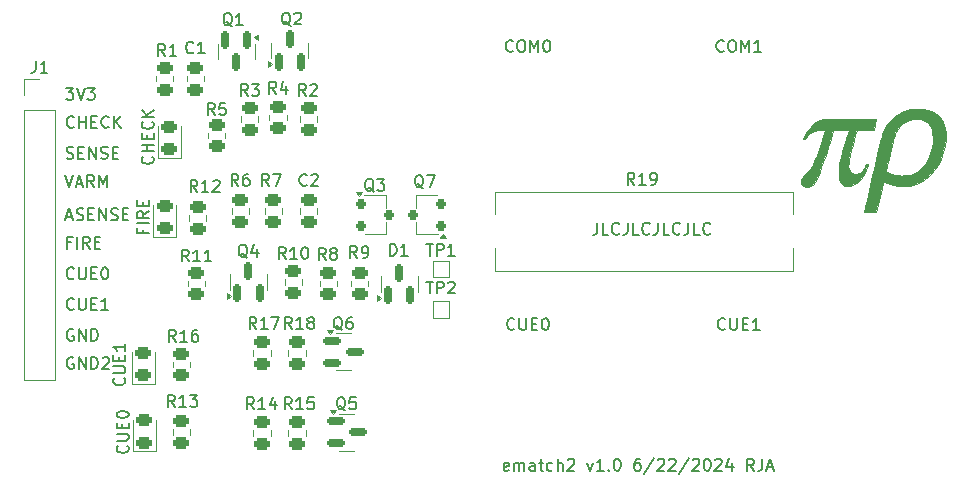
<source format=gbr>
%TF.GenerationSoftware,KiCad,Pcbnew,8.0.3*%
%TF.CreationDate,2024-06-22T23:36:34-05:00*%
%TF.ProjectId,Ematch2,456d6174-6368-4322-9e6b-696361645f70,rev?*%
%TF.SameCoordinates,Original*%
%TF.FileFunction,Legend,Top*%
%TF.FilePolarity,Positive*%
%FSLAX46Y46*%
G04 Gerber Fmt 4.6, Leading zero omitted, Abs format (unit mm)*
G04 Created by KiCad (PCBNEW 8.0.3) date 2024-06-22 23:36:34*
%MOMM*%
%LPD*%
G01*
G04 APERTURE LIST*
G04 Aperture macros list*
%AMRoundRect*
0 Rectangle with rounded corners*
0 $1 Rounding radius*
0 $2 $3 $4 $5 $6 $7 $8 $9 X,Y pos of 4 corners*
0 Add a 4 corners polygon primitive as box body*
4,1,4,$2,$3,$4,$5,$6,$7,$8,$9,$2,$3,0*
0 Add four circle primitives for the rounded corners*
1,1,$1+$1,$2,$3*
1,1,$1+$1,$4,$5*
1,1,$1+$1,$6,$7*
1,1,$1+$1,$8,$9*
0 Add four rect primitives between the rounded corners*
20,1,$1+$1,$2,$3,$4,$5,0*
20,1,$1+$1,$4,$5,$6,$7,0*
20,1,$1+$1,$6,$7,$8,$9,0*
20,1,$1+$1,$8,$9,$2,$3,0*%
G04 Aperture macros list end*
%ADD10C,0.150000*%
%ADD11C,0.120000*%
%ADD12C,0.005000*%
%ADD13C,7.500000*%
%ADD14RoundRect,0.250000X0.450000X-0.262500X0.450000X0.262500X-0.450000X0.262500X-0.450000X-0.262500X0*%
%ADD15RoundRect,0.250000X-0.450000X0.262500X-0.450000X-0.262500X0.450000X-0.262500X0.450000X0.262500X0*%
%ADD16RoundRect,0.150000X0.150000X-0.587500X0.150000X0.587500X-0.150000X0.587500X-0.150000X-0.587500X0*%
%ADD17RoundRect,0.243750X0.456250X-0.243750X0.456250X0.243750X-0.456250X0.243750X-0.456250X-0.243750X0*%
%ADD18R,1.000000X1.000000*%
%ADD19C,5.700000*%
%ADD20RoundRect,0.150000X-0.587500X-0.150000X0.587500X-0.150000X0.587500X0.150000X-0.587500X0.150000X0*%
%ADD21C,2.400000*%
%ADD22O,2.400000X2.400000*%
%ADD23RoundRect,0.150000X-0.150000X0.587500X-0.150000X-0.587500X0.150000X-0.587500X0.150000X0.587500X0*%
%ADD24R,1.700000X1.700000*%
%ADD25O,1.700000X1.700000*%
%ADD26RoundRect,0.200000X-0.250000X-0.200000X0.250000X-0.200000X0.250000X0.200000X-0.250000X0.200000X0*%
%ADD27RoundRect,0.200000X0.250000X0.200000X-0.250000X0.200000X-0.250000X-0.200000X0.250000X-0.200000X0*%
G04 APERTURE END LIST*
D10*
X110460588Y-96102438D02*
X110365350Y-96054819D01*
X110365350Y-96054819D02*
X110222493Y-96054819D01*
X110222493Y-96054819D02*
X110079636Y-96102438D01*
X110079636Y-96102438D02*
X109984398Y-96197676D01*
X109984398Y-96197676D02*
X109936779Y-96292914D01*
X109936779Y-96292914D02*
X109889160Y-96483390D01*
X109889160Y-96483390D02*
X109889160Y-96626247D01*
X109889160Y-96626247D02*
X109936779Y-96816723D01*
X109936779Y-96816723D02*
X109984398Y-96911961D01*
X109984398Y-96911961D02*
X110079636Y-97007200D01*
X110079636Y-97007200D02*
X110222493Y-97054819D01*
X110222493Y-97054819D02*
X110317731Y-97054819D01*
X110317731Y-97054819D02*
X110460588Y-97007200D01*
X110460588Y-97007200D02*
X110508207Y-96959580D01*
X110508207Y-96959580D02*
X110508207Y-96626247D01*
X110508207Y-96626247D02*
X110317731Y-96626247D01*
X110936779Y-97054819D02*
X110936779Y-96054819D01*
X110936779Y-96054819D02*
X111508207Y-97054819D01*
X111508207Y-97054819D02*
X111508207Y-96054819D01*
X111984398Y-97054819D02*
X111984398Y-96054819D01*
X111984398Y-96054819D02*
X112222493Y-96054819D01*
X112222493Y-96054819D02*
X112365350Y-96102438D01*
X112365350Y-96102438D02*
X112460588Y-96197676D01*
X112460588Y-96197676D02*
X112508207Y-96292914D01*
X112508207Y-96292914D02*
X112555826Y-96483390D01*
X112555826Y-96483390D02*
X112555826Y-96626247D01*
X112555826Y-96626247D02*
X112508207Y-96816723D01*
X112508207Y-96816723D02*
X112460588Y-96911961D01*
X112460588Y-96911961D02*
X112365350Y-97007200D01*
X112365350Y-97007200D02*
X112222493Y-97054819D01*
X112222493Y-97054819D02*
X111984398Y-97054819D01*
X110508207Y-94359580D02*
X110460588Y-94407200D01*
X110460588Y-94407200D02*
X110317731Y-94454819D01*
X110317731Y-94454819D02*
X110222493Y-94454819D01*
X110222493Y-94454819D02*
X110079636Y-94407200D01*
X110079636Y-94407200D02*
X109984398Y-94311961D01*
X109984398Y-94311961D02*
X109936779Y-94216723D01*
X109936779Y-94216723D02*
X109889160Y-94026247D01*
X109889160Y-94026247D02*
X109889160Y-93883390D01*
X109889160Y-93883390D02*
X109936779Y-93692914D01*
X109936779Y-93692914D02*
X109984398Y-93597676D01*
X109984398Y-93597676D02*
X110079636Y-93502438D01*
X110079636Y-93502438D02*
X110222493Y-93454819D01*
X110222493Y-93454819D02*
X110317731Y-93454819D01*
X110317731Y-93454819D02*
X110460588Y-93502438D01*
X110460588Y-93502438D02*
X110508207Y-93550057D01*
X110936779Y-93454819D02*
X110936779Y-94264342D01*
X110936779Y-94264342D02*
X110984398Y-94359580D01*
X110984398Y-94359580D02*
X111032017Y-94407200D01*
X111032017Y-94407200D02*
X111127255Y-94454819D01*
X111127255Y-94454819D02*
X111317731Y-94454819D01*
X111317731Y-94454819D02*
X111412969Y-94407200D01*
X111412969Y-94407200D02*
X111460588Y-94359580D01*
X111460588Y-94359580D02*
X111508207Y-94264342D01*
X111508207Y-94264342D02*
X111508207Y-93454819D01*
X111984398Y-93931009D02*
X112317731Y-93931009D01*
X112460588Y-94454819D02*
X111984398Y-94454819D01*
X111984398Y-94454819D02*
X111984398Y-93454819D01*
X111984398Y-93454819D02*
X112460588Y-93454819D01*
X113412969Y-94454819D02*
X112841541Y-94454819D01*
X113127255Y-94454819D02*
X113127255Y-93454819D01*
X113127255Y-93454819D02*
X113032017Y-93597676D01*
X113032017Y-93597676D02*
X112936779Y-93692914D01*
X112936779Y-93692914D02*
X112841541Y-93740533D01*
X110460588Y-98502438D02*
X110365350Y-98454819D01*
X110365350Y-98454819D02*
X110222493Y-98454819D01*
X110222493Y-98454819D02*
X110079636Y-98502438D01*
X110079636Y-98502438D02*
X109984398Y-98597676D01*
X109984398Y-98597676D02*
X109936779Y-98692914D01*
X109936779Y-98692914D02*
X109889160Y-98883390D01*
X109889160Y-98883390D02*
X109889160Y-99026247D01*
X109889160Y-99026247D02*
X109936779Y-99216723D01*
X109936779Y-99216723D02*
X109984398Y-99311961D01*
X109984398Y-99311961D02*
X110079636Y-99407200D01*
X110079636Y-99407200D02*
X110222493Y-99454819D01*
X110222493Y-99454819D02*
X110317731Y-99454819D01*
X110317731Y-99454819D02*
X110460588Y-99407200D01*
X110460588Y-99407200D02*
X110508207Y-99359580D01*
X110508207Y-99359580D02*
X110508207Y-99026247D01*
X110508207Y-99026247D02*
X110317731Y-99026247D01*
X110936779Y-99454819D02*
X110936779Y-98454819D01*
X110936779Y-98454819D02*
X111508207Y-99454819D01*
X111508207Y-99454819D02*
X111508207Y-98454819D01*
X111984398Y-99454819D02*
X111984398Y-98454819D01*
X111984398Y-98454819D02*
X112222493Y-98454819D01*
X112222493Y-98454819D02*
X112365350Y-98502438D01*
X112365350Y-98502438D02*
X112460588Y-98597676D01*
X112460588Y-98597676D02*
X112508207Y-98692914D01*
X112508207Y-98692914D02*
X112555826Y-98883390D01*
X112555826Y-98883390D02*
X112555826Y-99026247D01*
X112555826Y-99026247D02*
X112508207Y-99216723D01*
X112508207Y-99216723D02*
X112460588Y-99311961D01*
X112460588Y-99311961D02*
X112365350Y-99407200D01*
X112365350Y-99407200D02*
X112222493Y-99454819D01*
X112222493Y-99454819D02*
X111984398Y-99454819D01*
X112936779Y-98550057D02*
X112984398Y-98502438D01*
X112984398Y-98502438D02*
X113079636Y-98454819D01*
X113079636Y-98454819D02*
X113317731Y-98454819D01*
X113317731Y-98454819D02*
X113412969Y-98502438D01*
X113412969Y-98502438D02*
X113460588Y-98550057D01*
X113460588Y-98550057D02*
X113508207Y-98645295D01*
X113508207Y-98645295D02*
X113508207Y-98740533D01*
X113508207Y-98740533D02*
X113460588Y-98883390D01*
X113460588Y-98883390D02*
X112889160Y-99454819D01*
X112889160Y-99454819D02*
X113508207Y-99454819D01*
X110508207Y-91759580D02*
X110460588Y-91807200D01*
X110460588Y-91807200D02*
X110317731Y-91854819D01*
X110317731Y-91854819D02*
X110222493Y-91854819D01*
X110222493Y-91854819D02*
X110079636Y-91807200D01*
X110079636Y-91807200D02*
X109984398Y-91711961D01*
X109984398Y-91711961D02*
X109936779Y-91616723D01*
X109936779Y-91616723D02*
X109889160Y-91426247D01*
X109889160Y-91426247D02*
X109889160Y-91283390D01*
X109889160Y-91283390D02*
X109936779Y-91092914D01*
X109936779Y-91092914D02*
X109984398Y-90997676D01*
X109984398Y-90997676D02*
X110079636Y-90902438D01*
X110079636Y-90902438D02*
X110222493Y-90854819D01*
X110222493Y-90854819D02*
X110317731Y-90854819D01*
X110317731Y-90854819D02*
X110460588Y-90902438D01*
X110460588Y-90902438D02*
X110508207Y-90950057D01*
X110936779Y-90854819D02*
X110936779Y-91664342D01*
X110936779Y-91664342D02*
X110984398Y-91759580D01*
X110984398Y-91759580D02*
X111032017Y-91807200D01*
X111032017Y-91807200D02*
X111127255Y-91854819D01*
X111127255Y-91854819D02*
X111317731Y-91854819D01*
X111317731Y-91854819D02*
X111412969Y-91807200D01*
X111412969Y-91807200D02*
X111460588Y-91759580D01*
X111460588Y-91759580D02*
X111508207Y-91664342D01*
X111508207Y-91664342D02*
X111508207Y-90854819D01*
X111984398Y-91331009D02*
X112317731Y-91331009D01*
X112460588Y-91854819D02*
X111984398Y-91854819D01*
X111984398Y-91854819D02*
X111984398Y-90854819D01*
X111984398Y-90854819D02*
X112460588Y-90854819D01*
X113079636Y-90854819D02*
X113174874Y-90854819D01*
X113174874Y-90854819D02*
X113270112Y-90902438D01*
X113270112Y-90902438D02*
X113317731Y-90950057D01*
X113317731Y-90950057D02*
X113365350Y-91045295D01*
X113365350Y-91045295D02*
X113412969Y-91235771D01*
X113412969Y-91235771D02*
X113412969Y-91473866D01*
X113412969Y-91473866D02*
X113365350Y-91664342D01*
X113365350Y-91664342D02*
X113317731Y-91759580D01*
X113317731Y-91759580D02*
X113270112Y-91807200D01*
X113270112Y-91807200D02*
X113174874Y-91854819D01*
X113174874Y-91854819D02*
X113079636Y-91854819D01*
X113079636Y-91854819D02*
X112984398Y-91807200D01*
X112984398Y-91807200D02*
X112936779Y-91759580D01*
X112936779Y-91759580D02*
X112889160Y-91664342D01*
X112889160Y-91664342D02*
X112841541Y-91473866D01*
X112841541Y-91473866D02*
X112841541Y-91235771D01*
X112841541Y-91235771D02*
X112889160Y-91045295D01*
X112889160Y-91045295D02*
X112936779Y-90950057D01*
X112936779Y-90950057D02*
X112984398Y-90902438D01*
X112984398Y-90902438D02*
X113079636Y-90854819D01*
X147317731Y-108022200D02*
X147222493Y-108069819D01*
X147222493Y-108069819D02*
X147032017Y-108069819D01*
X147032017Y-108069819D02*
X146936779Y-108022200D01*
X146936779Y-108022200D02*
X146889160Y-107926961D01*
X146889160Y-107926961D02*
X146889160Y-107546009D01*
X146889160Y-107546009D02*
X146936779Y-107450771D01*
X146936779Y-107450771D02*
X147032017Y-107403152D01*
X147032017Y-107403152D02*
X147222493Y-107403152D01*
X147222493Y-107403152D02*
X147317731Y-107450771D01*
X147317731Y-107450771D02*
X147365350Y-107546009D01*
X147365350Y-107546009D02*
X147365350Y-107641247D01*
X147365350Y-107641247D02*
X146889160Y-107736485D01*
X147793922Y-108069819D02*
X147793922Y-107403152D01*
X147793922Y-107498390D02*
X147841541Y-107450771D01*
X147841541Y-107450771D02*
X147936779Y-107403152D01*
X147936779Y-107403152D02*
X148079636Y-107403152D01*
X148079636Y-107403152D02*
X148174874Y-107450771D01*
X148174874Y-107450771D02*
X148222493Y-107546009D01*
X148222493Y-107546009D02*
X148222493Y-108069819D01*
X148222493Y-107546009D02*
X148270112Y-107450771D01*
X148270112Y-107450771D02*
X148365350Y-107403152D01*
X148365350Y-107403152D02*
X148508207Y-107403152D01*
X148508207Y-107403152D02*
X148603446Y-107450771D01*
X148603446Y-107450771D02*
X148651065Y-107546009D01*
X148651065Y-107546009D02*
X148651065Y-108069819D01*
X149555826Y-108069819D02*
X149555826Y-107546009D01*
X149555826Y-107546009D02*
X149508207Y-107450771D01*
X149508207Y-107450771D02*
X149412969Y-107403152D01*
X149412969Y-107403152D02*
X149222493Y-107403152D01*
X149222493Y-107403152D02*
X149127255Y-107450771D01*
X149555826Y-108022200D02*
X149460588Y-108069819D01*
X149460588Y-108069819D02*
X149222493Y-108069819D01*
X149222493Y-108069819D02*
X149127255Y-108022200D01*
X149127255Y-108022200D02*
X149079636Y-107926961D01*
X149079636Y-107926961D02*
X149079636Y-107831723D01*
X149079636Y-107831723D02*
X149127255Y-107736485D01*
X149127255Y-107736485D02*
X149222493Y-107688866D01*
X149222493Y-107688866D02*
X149460588Y-107688866D01*
X149460588Y-107688866D02*
X149555826Y-107641247D01*
X149889160Y-107403152D02*
X150270112Y-107403152D01*
X150032017Y-107069819D02*
X150032017Y-107926961D01*
X150032017Y-107926961D02*
X150079636Y-108022200D01*
X150079636Y-108022200D02*
X150174874Y-108069819D01*
X150174874Y-108069819D02*
X150270112Y-108069819D01*
X151032017Y-108022200D02*
X150936779Y-108069819D01*
X150936779Y-108069819D02*
X150746303Y-108069819D01*
X150746303Y-108069819D02*
X150651065Y-108022200D01*
X150651065Y-108022200D02*
X150603446Y-107974580D01*
X150603446Y-107974580D02*
X150555827Y-107879342D01*
X150555827Y-107879342D02*
X150555827Y-107593628D01*
X150555827Y-107593628D02*
X150603446Y-107498390D01*
X150603446Y-107498390D02*
X150651065Y-107450771D01*
X150651065Y-107450771D02*
X150746303Y-107403152D01*
X150746303Y-107403152D02*
X150936779Y-107403152D01*
X150936779Y-107403152D02*
X151032017Y-107450771D01*
X151460589Y-108069819D02*
X151460589Y-107069819D01*
X151889160Y-108069819D02*
X151889160Y-107546009D01*
X151889160Y-107546009D02*
X151841541Y-107450771D01*
X151841541Y-107450771D02*
X151746303Y-107403152D01*
X151746303Y-107403152D02*
X151603446Y-107403152D01*
X151603446Y-107403152D02*
X151508208Y-107450771D01*
X151508208Y-107450771D02*
X151460589Y-107498390D01*
X152317732Y-107165057D02*
X152365351Y-107117438D01*
X152365351Y-107117438D02*
X152460589Y-107069819D01*
X152460589Y-107069819D02*
X152698684Y-107069819D01*
X152698684Y-107069819D02*
X152793922Y-107117438D01*
X152793922Y-107117438D02*
X152841541Y-107165057D01*
X152841541Y-107165057D02*
X152889160Y-107260295D01*
X152889160Y-107260295D02*
X152889160Y-107355533D01*
X152889160Y-107355533D02*
X152841541Y-107498390D01*
X152841541Y-107498390D02*
X152270113Y-108069819D01*
X152270113Y-108069819D02*
X152889160Y-108069819D01*
X153984399Y-107403152D02*
X154222494Y-108069819D01*
X154222494Y-108069819D02*
X154460589Y-107403152D01*
X155365351Y-108069819D02*
X154793923Y-108069819D01*
X155079637Y-108069819D02*
X155079637Y-107069819D01*
X155079637Y-107069819D02*
X154984399Y-107212676D01*
X154984399Y-107212676D02*
X154889161Y-107307914D01*
X154889161Y-107307914D02*
X154793923Y-107355533D01*
X155793923Y-107974580D02*
X155841542Y-108022200D01*
X155841542Y-108022200D02*
X155793923Y-108069819D01*
X155793923Y-108069819D02*
X155746304Y-108022200D01*
X155746304Y-108022200D02*
X155793923Y-107974580D01*
X155793923Y-107974580D02*
X155793923Y-108069819D01*
X156460589Y-107069819D02*
X156555827Y-107069819D01*
X156555827Y-107069819D02*
X156651065Y-107117438D01*
X156651065Y-107117438D02*
X156698684Y-107165057D01*
X156698684Y-107165057D02*
X156746303Y-107260295D01*
X156746303Y-107260295D02*
X156793922Y-107450771D01*
X156793922Y-107450771D02*
X156793922Y-107688866D01*
X156793922Y-107688866D02*
X156746303Y-107879342D01*
X156746303Y-107879342D02*
X156698684Y-107974580D01*
X156698684Y-107974580D02*
X156651065Y-108022200D01*
X156651065Y-108022200D02*
X156555827Y-108069819D01*
X156555827Y-108069819D02*
X156460589Y-108069819D01*
X156460589Y-108069819D02*
X156365351Y-108022200D01*
X156365351Y-108022200D02*
X156317732Y-107974580D01*
X156317732Y-107974580D02*
X156270113Y-107879342D01*
X156270113Y-107879342D02*
X156222494Y-107688866D01*
X156222494Y-107688866D02*
X156222494Y-107450771D01*
X156222494Y-107450771D02*
X156270113Y-107260295D01*
X156270113Y-107260295D02*
X156317732Y-107165057D01*
X156317732Y-107165057D02*
X156365351Y-107117438D01*
X156365351Y-107117438D02*
X156460589Y-107069819D01*
X158412970Y-107069819D02*
X158222494Y-107069819D01*
X158222494Y-107069819D02*
X158127256Y-107117438D01*
X158127256Y-107117438D02*
X158079637Y-107165057D01*
X158079637Y-107165057D02*
X157984399Y-107307914D01*
X157984399Y-107307914D02*
X157936780Y-107498390D01*
X157936780Y-107498390D02*
X157936780Y-107879342D01*
X157936780Y-107879342D02*
X157984399Y-107974580D01*
X157984399Y-107974580D02*
X158032018Y-108022200D01*
X158032018Y-108022200D02*
X158127256Y-108069819D01*
X158127256Y-108069819D02*
X158317732Y-108069819D01*
X158317732Y-108069819D02*
X158412970Y-108022200D01*
X158412970Y-108022200D02*
X158460589Y-107974580D01*
X158460589Y-107974580D02*
X158508208Y-107879342D01*
X158508208Y-107879342D02*
X158508208Y-107641247D01*
X158508208Y-107641247D02*
X158460589Y-107546009D01*
X158460589Y-107546009D02*
X158412970Y-107498390D01*
X158412970Y-107498390D02*
X158317732Y-107450771D01*
X158317732Y-107450771D02*
X158127256Y-107450771D01*
X158127256Y-107450771D02*
X158032018Y-107498390D01*
X158032018Y-107498390D02*
X157984399Y-107546009D01*
X157984399Y-107546009D02*
X157936780Y-107641247D01*
X159651065Y-107022200D02*
X158793923Y-108307914D01*
X159936780Y-107165057D02*
X159984399Y-107117438D01*
X159984399Y-107117438D02*
X160079637Y-107069819D01*
X160079637Y-107069819D02*
X160317732Y-107069819D01*
X160317732Y-107069819D02*
X160412970Y-107117438D01*
X160412970Y-107117438D02*
X160460589Y-107165057D01*
X160460589Y-107165057D02*
X160508208Y-107260295D01*
X160508208Y-107260295D02*
X160508208Y-107355533D01*
X160508208Y-107355533D02*
X160460589Y-107498390D01*
X160460589Y-107498390D02*
X159889161Y-108069819D01*
X159889161Y-108069819D02*
X160508208Y-108069819D01*
X160889161Y-107165057D02*
X160936780Y-107117438D01*
X160936780Y-107117438D02*
X161032018Y-107069819D01*
X161032018Y-107069819D02*
X161270113Y-107069819D01*
X161270113Y-107069819D02*
X161365351Y-107117438D01*
X161365351Y-107117438D02*
X161412970Y-107165057D01*
X161412970Y-107165057D02*
X161460589Y-107260295D01*
X161460589Y-107260295D02*
X161460589Y-107355533D01*
X161460589Y-107355533D02*
X161412970Y-107498390D01*
X161412970Y-107498390D02*
X160841542Y-108069819D01*
X160841542Y-108069819D02*
X161460589Y-108069819D01*
X162603446Y-107022200D02*
X161746304Y-108307914D01*
X162889161Y-107165057D02*
X162936780Y-107117438D01*
X162936780Y-107117438D02*
X163032018Y-107069819D01*
X163032018Y-107069819D02*
X163270113Y-107069819D01*
X163270113Y-107069819D02*
X163365351Y-107117438D01*
X163365351Y-107117438D02*
X163412970Y-107165057D01*
X163412970Y-107165057D02*
X163460589Y-107260295D01*
X163460589Y-107260295D02*
X163460589Y-107355533D01*
X163460589Y-107355533D02*
X163412970Y-107498390D01*
X163412970Y-107498390D02*
X162841542Y-108069819D01*
X162841542Y-108069819D02*
X163460589Y-108069819D01*
X164079637Y-107069819D02*
X164174875Y-107069819D01*
X164174875Y-107069819D02*
X164270113Y-107117438D01*
X164270113Y-107117438D02*
X164317732Y-107165057D01*
X164317732Y-107165057D02*
X164365351Y-107260295D01*
X164365351Y-107260295D02*
X164412970Y-107450771D01*
X164412970Y-107450771D02*
X164412970Y-107688866D01*
X164412970Y-107688866D02*
X164365351Y-107879342D01*
X164365351Y-107879342D02*
X164317732Y-107974580D01*
X164317732Y-107974580D02*
X164270113Y-108022200D01*
X164270113Y-108022200D02*
X164174875Y-108069819D01*
X164174875Y-108069819D02*
X164079637Y-108069819D01*
X164079637Y-108069819D02*
X163984399Y-108022200D01*
X163984399Y-108022200D02*
X163936780Y-107974580D01*
X163936780Y-107974580D02*
X163889161Y-107879342D01*
X163889161Y-107879342D02*
X163841542Y-107688866D01*
X163841542Y-107688866D02*
X163841542Y-107450771D01*
X163841542Y-107450771D02*
X163889161Y-107260295D01*
X163889161Y-107260295D02*
X163936780Y-107165057D01*
X163936780Y-107165057D02*
X163984399Y-107117438D01*
X163984399Y-107117438D02*
X164079637Y-107069819D01*
X164793923Y-107165057D02*
X164841542Y-107117438D01*
X164841542Y-107117438D02*
X164936780Y-107069819D01*
X164936780Y-107069819D02*
X165174875Y-107069819D01*
X165174875Y-107069819D02*
X165270113Y-107117438D01*
X165270113Y-107117438D02*
X165317732Y-107165057D01*
X165317732Y-107165057D02*
X165365351Y-107260295D01*
X165365351Y-107260295D02*
X165365351Y-107355533D01*
X165365351Y-107355533D02*
X165317732Y-107498390D01*
X165317732Y-107498390D02*
X164746304Y-108069819D01*
X164746304Y-108069819D02*
X165365351Y-108069819D01*
X166222494Y-107403152D02*
X166222494Y-108069819D01*
X165984399Y-107022200D02*
X165746304Y-107736485D01*
X165746304Y-107736485D02*
X166365351Y-107736485D01*
X168079637Y-108069819D02*
X167746304Y-107593628D01*
X167508209Y-108069819D02*
X167508209Y-107069819D01*
X167508209Y-107069819D02*
X167889161Y-107069819D01*
X167889161Y-107069819D02*
X167984399Y-107117438D01*
X167984399Y-107117438D02*
X168032018Y-107165057D01*
X168032018Y-107165057D02*
X168079637Y-107260295D01*
X168079637Y-107260295D02*
X168079637Y-107403152D01*
X168079637Y-107403152D02*
X168032018Y-107498390D01*
X168032018Y-107498390D02*
X167984399Y-107546009D01*
X167984399Y-107546009D02*
X167889161Y-107593628D01*
X167889161Y-107593628D02*
X167508209Y-107593628D01*
X168793923Y-107069819D02*
X168793923Y-107784104D01*
X168793923Y-107784104D02*
X168746304Y-107926961D01*
X168746304Y-107926961D02*
X168651066Y-108022200D01*
X168651066Y-108022200D02*
X168508209Y-108069819D01*
X168508209Y-108069819D02*
X168412971Y-108069819D01*
X169222495Y-107784104D02*
X169698685Y-107784104D01*
X169127257Y-108069819D02*
X169460590Y-107069819D01*
X169460590Y-107069819D02*
X169793923Y-108069819D01*
X110508207Y-78959580D02*
X110460588Y-79007200D01*
X110460588Y-79007200D02*
X110317731Y-79054819D01*
X110317731Y-79054819D02*
X110222493Y-79054819D01*
X110222493Y-79054819D02*
X110079636Y-79007200D01*
X110079636Y-79007200D02*
X109984398Y-78911961D01*
X109984398Y-78911961D02*
X109936779Y-78816723D01*
X109936779Y-78816723D02*
X109889160Y-78626247D01*
X109889160Y-78626247D02*
X109889160Y-78483390D01*
X109889160Y-78483390D02*
X109936779Y-78292914D01*
X109936779Y-78292914D02*
X109984398Y-78197676D01*
X109984398Y-78197676D02*
X110079636Y-78102438D01*
X110079636Y-78102438D02*
X110222493Y-78054819D01*
X110222493Y-78054819D02*
X110317731Y-78054819D01*
X110317731Y-78054819D02*
X110460588Y-78102438D01*
X110460588Y-78102438D02*
X110508207Y-78150057D01*
X110936779Y-79054819D02*
X110936779Y-78054819D01*
X110936779Y-78531009D02*
X111508207Y-78531009D01*
X111508207Y-79054819D02*
X111508207Y-78054819D01*
X111984398Y-78531009D02*
X112317731Y-78531009D01*
X112460588Y-79054819D02*
X111984398Y-79054819D01*
X111984398Y-79054819D02*
X111984398Y-78054819D01*
X111984398Y-78054819D02*
X112460588Y-78054819D01*
X113460588Y-78959580D02*
X113412969Y-79007200D01*
X113412969Y-79007200D02*
X113270112Y-79054819D01*
X113270112Y-79054819D02*
X113174874Y-79054819D01*
X113174874Y-79054819D02*
X113032017Y-79007200D01*
X113032017Y-79007200D02*
X112936779Y-78911961D01*
X112936779Y-78911961D02*
X112889160Y-78816723D01*
X112889160Y-78816723D02*
X112841541Y-78626247D01*
X112841541Y-78626247D02*
X112841541Y-78483390D01*
X112841541Y-78483390D02*
X112889160Y-78292914D01*
X112889160Y-78292914D02*
X112936779Y-78197676D01*
X112936779Y-78197676D02*
X113032017Y-78102438D01*
X113032017Y-78102438D02*
X113174874Y-78054819D01*
X113174874Y-78054819D02*
X113270112Y-78054819D01*
X113270112Y-78054819D02*
X113412969Y-78102438D01*
X113412969Y-78102438D02*
X113460588Y-78150057D01*
X113889160Y-79054819D02*
X113889160Y-78054819D01*
X114460588Y-79054819D02*
X114032017Y-78483390D01*
X114460588Y-78054819D02*
X113889160Y-78626247D01*
X109889160Y-81607200D02*
X110032017Y-81654819D01*
X110032017Y-81654819D02*
X110270112Y-81654819D01*
X110270112Y-81654819D02*
X110365350Y-81607200D01*
X110365350Y-81607200D02*
X110412969Y-81559580D01*
X110412969Y-81559580D02*
X110460588Y-81464342D01*
X110460588Y-81464342D02*
X110460588Y-81369104D01*
X110460588Y-81369104D02*
X110412969Y-81273866D01*
X110412969Y-81273866D02*
X110365350Y-81226247D01*
X110365350Y-81226247D02*
X110270112Y-81178628D01*
X110270112Y-81178628D02*
X110079636Y-81131009D01*
X110079636Y-81131009D02*
X109984398Y-81083390D01*
X109984398Y-81083390D02*
X109936779Y-81035771D01*
X109936779Y-81035771D02*
X109889160Y-80940533D01*
X109889160Y-80940533D02*
X109889160Y-80845295D01*
X109889160Y-80845295D02*
X109936779Y-80750057D01*
X109936779Y-80750057D02*
X109984398Y-80702438D01*
X109984398Y-80702438D02*
X110079636Y-80654819D01*
X110079636Y-80654819D02*
X110317731Y-80654819D01*
X110317731Y-80654819D02*
X110460588Y-80702438D01*
X110889160Y-81131009D02*
X111222493Y-81131009D01*
X111365350Y-81654819D02*
X110889160Y-81654819D01*
X110889160Y-81654819D02*
X110889160Y-80654819D01*
X110889160Y-80654819D02*
X111365350Y-80654819D01*
X111793922Y-81654819D02*
X111793922Y-80654819D01*
X111793922Y-80654819D02*
X112365350Y-81654819D01*
X112365350Y-81654819D02*
X112365350Y-80654819D01*
X112793922Y-81607200D02*
X112936779Y-81654819D01*
X112936779Y-81654819D02*
X113174874Y-81654819D01*
X113174874Y-81654819D02*
X113270112Y-81607200D01*
X113270112Y-81607200D02*
X113317731Y-81559580D01*
X113317731Y-81559580D02*
X113365350Y-81464342D01*
X113365350Y-81464342D02*
X113365350Y-81369104D01*
X113365350Y-81369104D02*
X113317731Y-81273866D01*
X113317731Y-81273866D02*
X113270112Y-81226247D01*
X113270112Y-81226247D02*
X113174874Y-81178628D01*
X113174874Y-81178628D02*
X112984398Y-81131009D01*
X112984398Y-81131009D02*
X112889160Y-81083390D01*
X112889160Y-81083390D02*
X112841541Y-81035771D01*
X112841541Y-81035771D02*
X112793922Y-80940533D01*
X112793922Y-80940533D02*
X112793922Y-80845295D01*
X112793922Y-80845295D02*
X112841541Y-80750057D01*
X112841541Y-80750057D02*
X112889160Y-80702438D01*
X112889160Y-80702438D02*
X112984398Y-80654819D01*
X112984398Y-80654819D02*
X113222493Y-80654819D01*
X113222493Y-80654819D02*
X113365350Y-80702438D01*
X113793922Y-81131009D02*
X114127255Y-81131009D01*
X114270112Y-81654819D02*
X113793922Y-81654819D01*
X113793922Y-81654819D02*
X113793922Y-80654819D01*
X113793922Y-80654819D02*
X114270112Y-80654819D01*
X109889160Y-86569104D02*
X110365350Y-86569104D01*
X109793922Y-86854819D02*
X110127255Y-85854819D01*
X110127255Y-85854819D02*
X110460588Y-86854819D01*
X110746303Y-86807200D02*
X110889160Y-86854819D01*
X110889160Y-86854819D02*
X111127255Y-86854819D01*
X111127255Y-86854819D02*
X111222493Y-86807200D01*
X111222493Y-86807200D02*
X111270112Y-86759580D01*
X111270112Y-86759580D02*
X111317731Y-86664342D01*
X111317731Y-86664342D02*
X111317731Y-86569104D01*
X111317731Y-86569104D02*
X111270112Y-86473866D01*
X111270112Y-86473866D02*
X111222493Y-86426247D01*
X111222493Y-86426247D02*
X111127255Y-86378628D01*
X111127255Y-86378628D02*
X110936779Y-86331009D01*
X110936779Y-86331009D02*
X110841541Y-86283390D01*
X110841541Y-86283390D02*
X110793922Y-86235771D01*
X110793922Y-86235771D02*
X110746303Y-86140533D01*
X110746303Y-86140533D02*
X110746303Y-86045295D01*
X110746303Y-86045295D02*
X110793922Y-85950057D01*
X110793922Y-85950057D02*
X110841541Y-85902438D01*
X110841541Y-85902438D02*
X110936779Y-85854819D01*
X110936779Y-85854819D02*
X111174874Y-85854819D01*
X111174874Y-85854819D02*
X111317731Y-85902438D01*
X111746303Y-86331009D02*
X112079636Y-86331009D01*
X112222493Y-86854819D02*
X111746303Y-86854819D01*
X111746303Y-86854819D02*
X111746303Y-85854819D01*
X111746303Y-85854819D02*
X112222493Y-85854819D01*
X112651065Y-86854819D02*
X112651065Y-85854819D01*
X112651065Y-85854819D02*
X113222493Y-86854819D01*
X113222493Y-86854819D02*
X113222493Y-85854819D01*
X113651065Y-86807200D02*
X113793922Y-86854819D01*
X113793922Y-86854819D02*
X114032017Y-86854819D01*
X114032017Y-86854819D02*
X114127255Y-86807200D01*
X114127255Y-86807200D02*
X114174874Y-86759580D01*
X114174874Y-86759580D02*
X114222493Y-86664342D01*
X114222493Y-86664342D02*
X114222493Y-86569104D01*
X114222493Y-86569104D02*
X114174874Y-86473866D01*
X114174874Y-86473866D02*
X114127255Y-86426247D01*
X114127255Y-86426247D02*
X114032017Y-86378628D01*
X114032017Y-86378628D02*
X113841541Y-86331009D01*
X113841541Y-86331009D02*
X113746303Y-86283390D01*
X113746303Y-86283390D02*
X113698684Y-86235771D01*
X113698684Y-86235771D02*
X113651065Y-86140533D01*
X113651065Y-86140533D02*
X113651065Y-86045295D01*
X113651065Y-86045295D02*
X113698684Y-85950057D01*
X113698684Y-85950057D02*
X113746303Y-85902438D01*
X113746303Y-85902438D02*
X113841541Y-85854819D01*
X113841541Y-85854819D02*
X114079636Y-85854819D01*
X114079636Y-85854819D02*
X114222493Y-85902438D01*
X114651065Y-86331009D02*
X114984398Y-86331009D01*
X115127255Y-86854819D02*
X114651065Y-86854819D01*
X114651065Y-86854819D02*
X114651065Y-85854819D01*
X114651065Y-85854819D02*
X115127255Y-85854819D01*
X110270112Y-88731009D02*
X109936779Y-88731009D01*
X109936779Y-89254819D02*
X109936779Y-88254819D01*
X109936779Y-88254819D02*
X110412969Y-88254819D01*
X110793922Y-89254819D02*
X110793922Y-88254819D01*
X111841540Y-89254819D02*
X111508207Y-88778628D01*
X111270112Y-89254819D02*
X111270112Y-88254819D01*
X111270112Y-88254819D02*
X111651064Y-88254819D01*
X111651064Y-88254819D02*
X111746302Y-88302438D01*
X111746302Y-88302438D02*
X111793921Y-88350057D01*
X111793921Y-88350057D02*
X111841540Y-88445295D01*
X111841540Y-88445295D02*
X111841540Y-88588152D01*
X111841540Y-88588152D02*
X111793921Y-88683390D01*
X111793921Y-88683390D02*
X111746302Y-88731009D01*
X111746302Y-88731009D02*
X111651064Y-88778628D01*
X111651064Y-88778628D02*
X111270112Y-88778628D01*
X112270112Y-88731009D02*
X112603445Y-88731009D01*
X112746302Y-89254819D02*
X112270112Y-89254819D01*
X112270112Y-89254819D02*
X112270112Y-88254819D01*
X112270112Y-88254819D02*
X112746302Y-88254819D01*
X109841541Y-75654819D02*
X110460588Y-75654819D01*
X110460588Y-75654819D02*
X110127255Y-76035771D01*
X110127255Y-76035771D02*
X110270112Y-76035771D01*
X110270112Y-76035771D02*
X110365350Y-76083390D01*
X110365350Y-76083390D02*
X110412969Y-76131009D01*
X110412969Y-76131009D02*
X110460588Y-76226247D01*
X110460588Y-76226247D02*
X110460588Y-76464342D01*
X110460588Y-76464342D02*
X110412969Y-76559580D01*
X110412969Y-76559580D02*
X110365350Y-76607200D01*
X110365350Y-76607200D02*
X110270112Y-76654819D01*
X110270112Y-76654819D02*
X109984398Y-76654819D01*
X109984398Y-76654819D02*
X109889160Y-76607200D01*
X109889160Y-76607200D02*
X109841541Y-76559580D01*
X110746303Y-75654819D02*
X111079636Y-76654819D01*
X111079636Y-76654819D02*
X111412969Y-75654819D01*
X111651065Y-75654819D02*
X112270112Y-75654819D01*
X112270112Y-75654819D02*
X111936779Y-76035771D01*
X111936779Y-76035771D02*
X112079636Y-76035771D01*
X112079636Y-76035771D02*
X112174874Y-76083390D01*
X112174874Y-76083390D02*
X112222493Y-76131009D01*
X112222493Y-76131009D02*
X112270112Y-76226247D01*
X112270112Y-76226247D02*
X112270112Y-76464342D01*
X112270112Y-76464342D02*
X112222493Y-76559580D01*
X112222493Y-76559580D02*
X112174874Y-76607200D01*
X112174874Y-76607200D02*
X112079636Y-76654819D01*
X112079636Y-76654819D02*
X111793922Y-76654819D01*
X111793922Y-76654819D02*
X111698684Y-76607200D01*
X111698684Y-76607200D02*
X111651065Y-76559580D01*
X109793922Y-83054819D02*
X110127255Y-84054819D01*
X110127255Y-84054819D02*
X110460588Y-83054819D01*
X110746303Y-83769104D02*
X111222493Y-83769104D01*
X110651065Y-84054819D02*
X110984398Y-83054819D01*
X110984398Y-83054819D02*
X111317731Y-84054819D01*
X112222493Y-84054819D02*
X111889160Y-83578628D01*
X111651065Y-84054819D02*
X111651065Y-83054819D01*
X111651065Y-83054819D02*
X112032017Y-83054819D01*
X112032017Y-83054819D02*
X112127255Y-83102438D01*
X112127255Y-83102438D02*
X112174874Y-83150057D01*
X112174874Y-83150057D02*
X112222493Y-83245295D01*
X112222493Y-83245295D02*
X112222493Y-83388152D01*
X112222493Y-83388152D02*
X112174874Y-83483390D01*
X112174874Y-83483390D02*
X112127255Y-83531009D01*
X112127255Y-83531009D02*
X112032017Y-83578628D01*
X112032017Y-83578628D02*
X111651065Y-83578628D01*
X112651065Y-84054819D02*
X112651065Y-83054819D01*
X112651065Y-83054819D02*
X112984398Y-83769104D01*
X112984398Y-83769104D02*
X113317731Y-83054819D01*
X113317731Y-83054819D02*
X113317731Y-84054819D01*
X154822493Y-87069819D02*
X154822493Y-87784104D01*
X154822493Y-87784104D02*
X154774874Y-87926961D01*
X154774874Y-87926961D02*
X154679636Y-88022200D01*
X154679636Y-88022200D02*
X154536779Y-88069819D01*
X154536779Y-88069819D02*
X154441541Y-88069819D01*
X155774874Y-88069819D02*
X155298684Y-88069819D01*
X155298684Y-88069819D02*
X155298684Y-87069819D01*
X156679636Y-87974580D02*
X156632017Y-88022200D01*
X156632017Y-88022200D02*
X156489160Y-88069819D01*
X156489160Y-88069819D02*
X156393922Y-88069819D01*
X156393922Y-88069819D02*
X156251065Y-88022200D01*
X156251065Y-88022200D02*
X156155827Y-87926961D01*
X156155827Y-87926961D02*
X156108208Y-87831723D01*
X156108208Y-87831723D02*
X156060589Y-87641247D01*
X156060589Y-87641247D02*
X156060589Y-87498390D01*
X156060589Y-87498390D02*
X156108208Y-87307914D01*
X156108208Y-87307914D02*
X156155827Y-87212676D01*
X156155827Y-87212676D02*
X156251065Y-87117438D01*
X156251065Y-87117438D02*
X156393922Y-87069819D01*
X156393922Y-87069819D02*
X156489160Y-87069819D01*
X156489160Y-87069819D02*
X156632017Y-87117438D01*
X156632017Y-87117438D02*
X156679636Y-87165057D01*
X157393922Y-87069819D02*
X157393922Y-87784104D01*
X157393922Y-87784104D02*
X157346303Y-87926961D01*
X157346303Y-87926961D02*
X157251065Y-88022200D01*
X157251065Y-88022200D02*
X157108208Y-88069819D01*
X157108208Y-88069819D02*
X157012970Y-88069819D01*
X158346303Y-88069819D02*
X157870113Y-88069819D01*
X157870113Y-88069819D02*
X157870113Y-87069819D01*
X159251065Y-87974580D02*
X159203446Y-88022200D01*
X159203446Y-88022200D02*
X159060589Y-88069819D01*
X159060589Y-88069819D02*
X158965351Y-88069819D01*
X158965351Y-88069819D02*
X158822494Y-88022200D01*
X158822494Y-88022200D02*
X158727256Y-87926961D01*
X158727256Y-87926961D02*
X158679637Y-87831723D01*
X158679637Y-87831723D02*
X158632018Y-87641247D01*
X158632018Y-87641247D02*
X158632018Y-87498390D01*
X158632018Y-87498390D02*
X158679637Y-87307914D01*
X158679637Y-87307914D02*
X158727256Y-87212676D01*
X158727256Y-87212676D02*
X158822494Y-87117438D01*
X158822494Y-87117438D02*
X158965351Y-87069819D01*
X158965351Y-87069819D02*
X159060589Y-87069819D01*
X159060589Y-87069819D02*
X159203446Y-87117438D01*
X159203446Y-87117438D02*
X159251065Y-87165057D01*
X159965351Y-87069819D02*
X159965351Y-87784104D01*
X159965351Y-87784104D02*
X159917732Y-87926961D01*
X159917732Y-87926961D02*
X159822494Y-88022200D01*
X159822494Y-88022200D02*
X159679637Y-88069819D01*
X159679637Y-88069819D02*
X159584399Y-88069819D01*
X160917732Y-88069819D02*
X160441542Y-88069819D01*
X160441542Y-88069819D02*
X160441542Y-87069819D01*
X161822494Y-87974580D02*
X161774875Y-88022200D01*
X161774875Y-88022200D02*
X161632018Y-88069819D01*
X161632018Y-88069819D02*
X161536780Y-88069819D01*
X161536780Y-88069819D02*
X161393923Y-88022200D01*
X161393923Y-88022200D02*
X161298685Y-87926961D01*
X161298685Y-87926961D02*
X161251066Y-87831723D01*
X161251066Y-87831723D02*
X161203447Y-87641247D01*
X161203447Y-87641247D02*
X161203447Y-87498390D01*
X161203447Y-87498390D02*
X161251066Y-87307914D01*
X161251066Y-87307914D02*
X161298685Y-87212676D01*
X161298685Y-87212676D02*
X161393923Y-87117438D01*
X161393923Y-87117438D02*
X161536780Y-87069819D01*
X161536780Y-87069819D02*
X161632018Y-87069819D01*
X161632018Y-87069819D02*
X161774875Y-87117438D01*
X161774875Y-87117438D02*
X161822494Y-87165057D01*
X162536780Y-87069819D02*
X162536780Y-87784104D01*
X162536780Y-87784104D02*
X162489161Y-87926961D01*
X162489161Y-87926961D02*
X162393923Y-88022200D01*
X162393923Y-88022200D02*
X162251066Y-88069819D01*
X162251066Y-88069819D02*
X162155828Y-88069819D01*
X163489161Y-88069819D02*
X163012971Y-88069819D01*
X163012971Y-88069819D02*
X163012971Y-87069819D01*
X164393923Y-87974580D02*
X164346304Y-88022200D01*
X164346304Y-88022200D02*
X164203447Y-88069819D01*
X164203447Y-88069819D02*
X164108209Y-88069819D01*
X164108209Y-88069819D02*
X163965352Y-88022200D01*
X163965352Y-88022200D02*
X163870114Y-87926961D01*
X163870114Y-87926961D02*
X163822495Y-87831723D01*
X163822495Y-87831723D02*
X163774876Y-87641247D01*
X163774876Y-87641247D02*
X163774876Y-87498390D01*
X163774876Y-87498390D02*
X163822495Y-87307914D01*
X163822495Y-87307914D02*
X163870114Y-87212676D01*
X163870114Y-87212676D02*
X163965352Y-87117438D01*
X163965352Y-87117438D02*
X164108209Y-87069819D01*
X164108209Y-87069819D02*
X164203447Y-87069819D01*
X164203447Y-87069819D02*
X164346304Y-87117438D01*
X164346304Y-87117438D02*
X164393923Y-87165057D01*
X147688095Y-72509580D02*
X147640476Y-72557200D01*
X147640476Y-72557200D02*
X147497619Y-72604819D01*
X147497619Y-72604819D02*
X147402381Y-72604819D01*
X147402381Y-72604819D02*
X147259524Y-72557200D01*
X147259524Y-72557200D02*
X147164286Y-72461961D01*
X147164286Y-72461961D02*
X147116667Y-72366723D01*
X147116667Y-72366723D02*
X147069048Y-72176247D01*
X147069048Y-72176247D02*
X147069048Y-72033390D01*
X147069048Y-72033390D02*
X147116667Y-71842914D01*
X147116667Y-71842914D02*
X147164286Y-71747676D01*
X147164286Y-71747676D02*
X147259524Y-71652438D01*
X147259524Y-71652438D02*
X147402381Y-71604819D01*
X147402381Y-71604819D02*
X147497619Y-71604819D01*
X147497619Y-71604819D02*
X147640476Y-71652438D01*
X147640476Y-71652438D02*
X147688095Y-71700057D01*
X148307143Y-71604819D02*
X148497619Y-71604819D01*
X148497619Y-71604819D02*
X148592857Y-71652438D01*
X148592857Y-71652438D02*
X148688095Y-71747676D01*
X148688095Y-71747676D02*
X148735714Y-71938152D01*
X148735714Y-71938152D02*
X148735714Y-72271485D01*
X148735714Y-72271485D02*
X148688095Y-72461961D01*
X148688095Y-72461961D02*
X148592857Y-72557200D01*
X148592857Y-72557200D02*
X148497619Y-72604819D01*
X148497619Y-72604819D02*
X148307143Y-72604819D01*
X148307143Y-72604819D02*
X148211905Y-72557200D01*
X148211905Y-72557200D02*
X148116667Y-72461961D01*
X148116667Y-72461961D02*
X148069048Y-72271485D01*
X148069048Y-72271485D02*
X148069048Y-71938152D01*
X148069048Y-71938152D02*
X148116667Y-71747676D01*
X148116667Y-71747676D02*
X148211905Y-71652438D01*
X148211905Y-71652438D02*
X148307143Y-71604819D01*
X149164286Y-72604819D02*
X149164286Y-71604819D01*
X149164286Y-71604819D02*
X149497619Y-72319104D01*
X149497619Y-72319104D02*
X149830952Y-71604819D01*
X149830952Y-71604819D02*
X149830952Y-72604819D01*
X150497619Y-71604819D02*
X150592857Y-71604819D01*
X150592857Y-71604819D02*
X150688095Y-71652438D01*
X150688095Y-71652438D02*
X150735714Y-71700057D01*
X150735714Y-71700057D02*
X150783333Y-71795295D01*
X150783333Y-71795295D02*
X150830952Y-71985771D01*
X150830952Y-71985771D02*
X150830952Y-72223866D01*
X150830952Y-72223866D02*
X150783333Y-72414342D01*
X150783333Y-72414342D02*
X150735714Y-72509580D01*
X150735714Y-72509580D02*
X150688095Y-72557200D01*
X150688095Y-72557200D02*
X150592857Y-72604819D01*
X150592857Y-72604819D02*
X150497619Y-72604819D01*
X150497619Y-72604819D02*
X150402381Y-72557200D01*
X150402381Y-72557200D02*
X150354762Y-72509580D01*
X150354762Y-72509580D02*
X150307143Y-72414342D01*
X150307143Y-72414342D02*
X150259524Y-72223866D01*
X150259524Y-72223866D02*
X150259524Y-71985771D01*
X150259524Y-71985771D02*
X150307143Y-71795295D01*
X150307143Y-71795295D02*
X150354762Y-71700057D01*
X150354762Y-71700057D02*
X150402381Y-71652438D01*
X150402381Y-71652438D02*
X150497619Y-71604819D01*
X124433333Y-83942319D02*
X124100000Y-83466128D01*
X123861905Y-83942319D02*
X123861905Y-82942319D01*
X123861905Y-82942319D02*
X124242857Y-82942319D01*
X124242857Y-82942319D02*
X124338095Y-82989938D01*
X124338095Y-82989938D02*
X124385714Y-83037557D01*
X124385714Y-83037557D02*
X124433333Y-83132795D01*
X124433333Y-83132795D02*
X124433333Y-83275652D01*
X124433333Y-83275652D02*
X124385714Y-83370890D01*
X124385714Y-83370890D02*
X124338095Y-83418509D01*
X124338095Y-83418509D02*
X124242857Y-83466128D01*
X124242857Y-83466128D02*
X123861905Y-83466128D01*
X125290476Y-82942319D02*
X125100000Y-82942319D01*
X125100000Y-82942319D02*
X125004762Y-82989938D01*
X125004762Y-82989938D02*
X124957143Y-83037557D01*
X124957143Y-83037557D02*
X124861905Y-83180414D01*
X124861905Y-83180414D02*
X124814286Y-83370890D01*
X124814286Y-83370890D02*
X124814286Y-83751842D01*
X124814286Y-83751842D02*
X124861905Y-83847080D01*
X124861905Y-83847080D02*
X124909524Y-83894700D01*
X124909524Y-83894700D02*
X125004762Y-83942319D01*
X125004762Y-83942319D02*
X125195238Y-83942319D01*
X125195238Y-83942319D02*
X125290476Y-83894700D01*
X125290476Y-83894700D02*
X125338095Y-83847080D01*
X125338095Y-83847080D02*
X125385714Y-83751842D01*
X125385714Y-83751842D02*
X125385714Y-83513747D01*
X125385714Y-83513747D02*
X125338095Y-83418509D01*
X125338095Y-83418509D02*
X125290476Y-83370890D01*
X125290476Y-83370890D02*
X125195238Y-83323271D01*
X125195238Y-83323271D02*
X125004762Y-83323271D01*
X125004762Y-83323271D02*
X124909524Y-83370890D01*
X124909524Y-83370890D02*
X124861905Y-83418509D01*
X124861905Y-83418509D02*
X124814286Y-83513747D01*
X125233333Y-76342319D02*
X124900000Y-75866128D01*
X124661905Y-76342319D02*
X124661905Y-75342319D01*
X124661905Y-75342319D02*
X125042857Y-75342319D01*
X125042857Y-75342319D02*
X125138095Y-75389938D01*
X125138095Y-75389938D02*
X125185714Y-75437557D01*
X125185714Y-75437557D02*
X125233333Y-75532795D01*
X125233333Y-75532795D02*
X125233333Y-75675652D01*
X125233333Y-75675652D02*
X125185714Y-75770890D01*
X125185714Y-75770890D02*
X125138095Y-75818509D01*
X125138095Y-75818509D02*
X125042857Y-75866128D01*
X125042857Y-75866128D02*
X124661905Y-75866128D01*
X125566667Y-75342319D02*
X126185714Y-75342319D01*
X126185714Y-75342319D02*
X125852381Y-75723271D01*
X125852381Y-75723271D02*
X125995238Y-75723271D01*
X125995238Y-75723271D02*
X126090476Y-75770890D01*
X126090476Y-75770890D02*
X126138095Y-75818509D01*
X126138095Y-75818509D02*
X126185714Y-75913747D01*
X126185714Y-75913747D02*
X126185714Y-76151842D01*
X126185714Y-76151842D02*
X126138095Y-76247080D01*
X126138095Y-76247080D02*
X126090476Y-76294700D01*
X126090476Y-76294700D02*
X125995238Y-76342319D01*
X125995238Y-76342319D02*
X125709524Y-76342319D01*
X125709524Y-76342319D02*
X125614286Y-76294700D01*
X125614286Y-76294700D02*
X125566667Y-76247080D01*
X127033333Y-83942319D02*
X126700000Y-83466128D01*
X126461905Y-83942319D02*
X126461905Y-82942319D01*
X126461905Y-82942319D02*
X126842857Y-82942319D01*
X126842857Y-82942319D02*
X126938095Y-82989938D01*
X126938095Y-82989938D02*
X126985714Y-83037557D01*
X126985714Y-83037557D02*
X127033333Y-83132795D01*
X127033333Y-83132795D02*
X127033333Y-83275652D01*
X127033333Y-83275652D02*
X126985714Y-83370890D01*
X126985714Y-83370890D02*
X126938095Y-83418509D01*
X126938095Y-83418509D02*
X126842857Y-83466128D01*
X126842857Y-83466128D02*
X126461905Y-83466128D01*
X127366667Y-82942319D02*
X128033333Y-82942319D01*
X128033333Y-82942319D02*
X127604762Y-83942319D01*
X165657142Y-96059580D02*
X165609523Y-96107200D01*
X165609523Y-96107200D02*
X165466666Y-96154819D01*
X165466666Y-96154819D02*
X165371428Y-96154819D01*
X165371428Y-96154819D02*
X165228571Y-96107200D01*
X165228571Y-96107200D02*
X165133333Y-96011961D01*
X165133333Y-96011961D02*
X165085714Y-95916723D01*
X165085714Y-95916723D02*
X165038095Y-95726247D01*
X165038095Y-95726247D02*
X165038095Y-95583390D01*
X165038095Y-95583390D02*
X165085714Y-95392914D01*
X165085714Y-95392914D02*
X165133333Y-95297676D01*
X165133333Y-95297676D02*
X165228571Y-95202438D01*
X165228571Y-95202438D02*
X165371428Y-95154819D01*
X165371428Y-95154819D02*
X165466666Y-95154819D01*
X165466666Y-95154819D02*
X165609523Y-95202438D01*
X165609523Y-95202438D02*
X165657142Y-95250057D01*
X166085714Y-95154819D02*
X166085714Y-95964342D01*
X166085714Y-95964342D02*
X166133333Y-96059580D01*
X166133333Y-96059580D02*
X166180952Y-96107200D01*
X166180952Y-96107200D02*
X166276190Y-96154819D01*
X166276190Y-96154819D02*
X166466666Y-96154819D01*
X166466666Y-96154819D02*
X166561904Y-96107200D01*
X166561904Y-96107200D02*
X166609523Y-96059580D01*
X166609523Y-96059580D02*
X166657142Y-95964342D01*
X166657142Y-95964342D02*
X166657142Y-95154819D01*
X167133333Y-95631009D02*
X167466666Y-95631009D01*
X167609523Y-96154819D02*
X167133333Y-96154819D01*
X167133333Y-96154819D02*
X167133333Y-95154819D01*
X167133333Y-95154819D02*
X167609523Y-95154819D01*
X168561904Y-96154819D02*
X167990476Y-96154819D01*
X168276190Y-96154819D02*
X168276190Y-95154819D01*
X168276190Y-95154819D02*
X168180952Y-95297676D01*
X168180952Y-95297676D02*
X168085714Y-95392914D01*
X168085714Y-95392914D02*
X167990476Y-95440533D01*
X119157142Y-97142319D02*
X118823809Y-96666128D01*
X118585714Y-97142319D02*
X118585714Y-96142319D01*
X118585714Y-96142319D02*
X118966666Y-96142319D01*
X118966666Y-96142319D02*
X119061904Y-96189938D01*
X119061904Y-96189938D02*
X119109523Y-96237557D01*
X119109523Y-96237557D02*
X119157142Y-96332795D01*
X119157142Y-96332795D02*
X119157142Y-96475652D01*
X119157142Y-96475652D02*
X119109523Y-96570890D01*
X119109523Y-96570890D02*
X119061904Y-96618509D01*
X119061904Y-96618509D02*
X118966666Y-96666128D01*
X118966666Y-96666128D02*
X118585714Y-96666128D01*
X120109523Y-97142319D02*
X119538095Y-97142319D01*
X119823809Y-97142319D02*
X119823809Y-96142319D01*
X119823809Y-96142319D02*
X119728571Y-96285176D01*
X119728571Y-96285176D02*
X119633333Y-96380414D01*
X119633333Y-96380414D02*
X119538095Y-96428033D01*
X120966666Y-96142319D02*
X120776190Y-96142319D01*
X120776190Y-96142319D02*
X120680952Y-96189938D01*
X120680952Y-96189938D02*
X120633333Y-96237557D01*
X120633333Y-96237557D02*
X120538095Y-96380414D01*
X120538095Y-96380414D02*
X120490476Y-96570890D01*
X120490476Y-96570890D02*
X120490476Y-96951842D01*
X120490476Y-96951842D02*
X120538095Y-97047080D01*
X120538095Y-97047080D02*
X120585714Y-97094700D01*
X120585714Y-97094700D02*
X120680952Y-97142319D01*
X120680952Y-97142319D02*
X120871428Y-97142319D01*
X120871428Y-97142319D02*
X120966666Y-97094700D01*
X120966666Y-97094700D02*
X121014285Y-97047080D01*
X121014285Y-97047080D02*
X121061904Y-96951842D01*
X121061904Y-96951842D02*
X121061904Y-96713747D01*
X121061904Y-96713747D02*
X121014285Y-96618509D01*
X121014285Y-96618509D02*
X120966666Y-96570890D01*
X120966666Y-96570890D02*
X120871428Y-96523271D01*
X120871428Y-96523271D02*
X120680952Y-96523271D01*
X120680952Y-96523271D02*
X120585714Y-96570890D01*
X120585714Y-96570890D02*
X120538095Y-96618509D01*
X120538095Y-96618509D02*
X120490476Y-96713747D01*
X130145833Y-76342319D02*
X129812500Y-75866128D01*
X129574405Y-76342319D02*
X129574405Y-75342319D01*
X129574405Y-75342319D02*
X129955357Y-75342319D01*
X129955357Y-75342319D02*
X130050595Y-75389938D01*
X130050595Y-75389938D02*
X130098214Y-75437557D01*
X130098214Y-75437557D02*
X130145833Y-75532795D01*
X130145833Y-75532795D02*
X130145833Y-75675652D01*
X130145833Y-75675652D02*
X130098214Y-75770890D01*
X130098214Y-75770890D02*
X130050595Y-75818509D01*
X130050595Y-75818509D02*
X129955357Y-75866128D01*
X129955357Y-75866128D02*
X129574405Y-75866128D01*
X130526786Y-75437557D02*
X130574405Y-75389938D01*
X130574405Y-75389938D02*
X130669643Y-75342319D01*
X130669643Y-75342319D02*
X130907738Y-75342319D01*
X130907738Y-75342319D02*
X131002976Y-75389938D01*
X131002976Y-75389938D02*
X131050595Y-75437557D01*
X131050595Y-75437557D02*
X131098214Y-75532795D01*
X131098214Y-75532795D02*
X131098214Y-75628033D01*
X131098214Y-75628033D02*
X131050595Y-75770890D01*
X131050595Y-75770890D02*
X130479167Y-76342319D01*
X130479167Y-76342319D02*
X131098214Y-76342319D01*
X131833333Y-90217319D02*
X131500000Y-89741128D01*
X131261905Y-90217319D02*
X131261905Y-89217319D01*
X131261905Y-89217319D02*
X131642857Y-89217319D01*
X131642857Y-89217319D02*
X131738095Y-89264938D01*
X131738095Y-89264938D02*
X131785714Y-89312557D01*
X131785714Y-89312557D02*
X131833333Y-89407795D01*
X131833333Y-89407795D02*
X131833333Y-89550652D01*
X131833333Y-89550652D02*
X131785714Y-89645890D01*
X131785714Y-89645890D02*
X131738095Y-89693509D01*
X131738095Y-89693509D02*
X131642857Y-89741128D01*
X131642857Y-89741128D02*
X131261905Y-89741128D01*
X132404762Y-89645890D02*
X132309524Y-89598271D01*
X132309524Y-89598271D02*
X132261905Y-89550652D01*
X132261905Y-89550652D02*
X132214286Y-89455414D01*
X132214286Y-89455414D02*
X132214286Y-89407795D01*
X132214286Y-89407795D02*
X132261905Y-89312557D01*
X132261905Y-89312557D02*
X132309524Y-89264938D01*
X132309524Y-89264938D02*
X132404762Y-89217319D01*
X132404762Y-89217319D02*
X132595238Y-89217319D01*
X132595238Y-89217319D02*
X132690476Y-89264938D01*
X132690476Y-89264938D02*
X132738095Y-89312557D01*
X132738095Y-89312557D02*
X132785714Y-89407795D01*
X132785714Y-89407795D02*
X132785714Y-89455414D01*
X132785714Y-89455414D02*
X132738095Y-89550652D01*
X132738095Y-89550652D02*
X132690476Y-89598271D01*
X132690476Y-89598271D02*
X132595238Y-89645890D01*
X132595238Y-89645890D02*
X132404762Y-89645890D01*
X132404762Y-89645890D02*
X132309524Y-89693509D01*
X132309524Y-89693509D02*
X132261905Y-89741128D01*
X132261905Y-89741128D02*
X132214286Y-89836366D01*
X132214286Y-89836366D02*
X132214286Y-90026842D01*
X132214286Y-90026842D02*
X132261905Y-90122080D01*
X132261905Y-90122080D02*
X132309524Y-90169700D01*
X132309524Y-90169700D02*
X132404762Y-90217319D01*
X132404762Y-90217319D02*
X132595238Y-90217319D01*
X132595238Y-90217319D02*
X132690476Y-90169700D01*
X132690476Y-90169700D02*
X132738095Y-90122080D01*
X132738095Y-90122080D02*
X132785714Y-90026842D01*
X132785714Y-90026842D02*
X132785714Y-89836366D01*
X132785714Y-89836366D02*
X132738095Y-89741128D01*
X132738095Y-89741128D02*
X132690476Y-89693509D01*
X132690476Y-89693509D02*
X132595238Y-89645890D01*
X125192261Y-90037557D02*
X125097023Y-89989938D01*
X125097023Y-89989938D02*
X125001785Y-89894700D01*
X125001785Y-89894700D02*
X124858928Y-89751842D01*
X124858928Y-89751842D02*
X124763690Y-89704223D01*
X124763690Y-89704223D02*
X124668452Y-89704223D01*
X124716071Y-89942319D02*
X124620833Y-89894700D01*
X124620833Y-89894700D02*
X124525595Y-89799461D01*
X124525595Y-89799461D02*
X124477976Y-89608985D01*
X124477976Y-89608985D02*
X124477976Y-89275652D01*
X124477976Y-89275652D02*
X124525595Y-89085176D01*
X124525595Y-89085176D02*
X124620833Y-88989938D01*
X124620833Y-88989938D02*
X124716071Y-88942319D01*
X124716071Y-88942319D02*
X124906547Y-88942319D01*
X124906547Y-88942319D02*
X125001785Y-88989938D01*
X125001785Y-88989938D02*
X125097023Y-89085176D01*
X125097023Y-89085176D02*
X125144642Y-89275652D01*
X125144642Y-89275652D02*
X125144642Y-89608985D01*
X125144642Y-89608985D02*
X125097023Y-89799461D01*
X125097023Y-89799461D02*
X125001785Y-89894700D01*
X125001785Y-89894700D02*
X124906547Y-89942319D01*
X124906547Y-89942319D02*
X124716071Y-89942319D01*
X126001785Y-89275652D02*
X126001785Y-89942319D01*
X125763690Y-88894700D02*
X125525595Y-89608985D01*
X125525595Y-89608985D02*
X126144642Y-89608985D01*
X119044642Y-102654819D02*
X118711309Y-102178628D01*
X118473214Y-102654819D02*
X118473214Y-101654819D01*
X118473214Y-101654819D02*
X118854166Y-101654819D01*
X118854166Y-101654819D02*
X118949404Y-101702438D01*
X118949404Y-101702438D02*
X118997023Y-101750057D01*
X118997023Y-101750057D02*
X119044642Y-101845295D01*
X119044642Y-101845295D02*
X119044642Y-101988152D01*
X119044642Y-101988152D02*
X118997023Y-102083390D01*
X118997023Y-102083390D02*
X118949404Y-102131009D01*
X118949404Y-102131009D02*
X118854166Y-102178628D01*
X118854166Y-102178628D02*
X118473214Y-102178628D01*
X119997023Y-102654819D02*
X119425595Y-102654819D01*
X119711309Y-102654819D02*
X119711309Y-101654819D01*
X119711309Y-101654819D02*
X119616071Y-101797676D01*
X119616071Y-101797676D02*
X119520833Y-101892914D01*
X119520833Y-101892914D02*
X119425595Y-101940533D01*
X120330357Y-101654819D02*
X120949404Y-101654819D01*
X120949404Y-101654819D02*
X120616071Y-102035771D01*
X120616071Y-102035771D02*
X120758928Y-102035771D01*
X120758928Y-102035771D02*
X120854166Y-102083390D01*
X120854166Y-102083390D02*
X120901785Y-102131009D01*
X120901785Y-102131009D02*
X120949404Y-102226247D01*
X120949404Y-102226247D02*
X120949404Y-102464342D01*
X120949404Y-102464342D02*
X120901785Y-102559580D01*
X120901785Y-102559580D02*
X120854166Y-102607200D01*
X120854166Y-102607200D02*
X120758928Y-102654819D01*
X120758928Y-102654819D02*
X120473214Y-102654819D01*
X120473214Y-102654819D02*
X120377976Y-102607200D01*
X120377976Y-102607200D02*
X120330357Y-102559580D01*
X117159580Y-81466666D02*
X117207200Y-81514285D01*
X117207200Y-81514285D02*
X117254819Y-81657142D01*
X117254819Y-81657142D02*
X117254819Y-81752380D01*
X117254819Y-81752380D02*
X117207200Y-81895237D01*
X117207200Y-81895237D02*
X117111961Y-81990475D01*
X117111961Y-81990475D02*
X117016723Y-82038094D01*
X117016723Y-82038094D02*
X116826247Y-82085713D01*
X116826247Y-82085713D02*
X116683390Y-82085713D01*
X116683390Y-82085713D02*
X116492914Y-82038094D01*
X116492914Y-82038094D02*
X116397676Y-81990475D01*
X116397676Y-81990475D02*
X116302438Y-81895237D01*
X116302438Y-81895237D02*
X116254819Y-81752380D01*
X116254819Y-81752380D02*
X116254819Y-81657142D01*
X116254819Y-81657142D02*
X116302438Y-81514285D01*
X116302438Y-81514285D02*
X116350057Y-81466666D01*
X117254819Y-81038094D02*
X116254819Y-81038094D01*
X116731009Y-81038094D02*
X116731009Y-80466666D01*
X117254819Y-80466666D02*
X116254819Y-80466666D01*
X116731009Y-79990475D02*
X116731009Y-79657142D01*
X117254819Y-79514285D02*
X117254819Y-79990475D01*
X117254819Y-79990475D02*
X116254819Y-79990475D01*
X116254819Y-79990475D02*
X116254819Y-79514285D01*
X117159580Y-78514285D02*
X117207200Y-78561904D01*
X117207200Y-78561904D02*
X117254819Y-78704761D01*
X117254819Y-78704761D02*
X117254819Y-78799999D01*
X117254819Y-78799999D02*
X117207200Y-78942856D01*
X117207200Y-78942856D02*
X117111961Y-79038094D01*
X117111961Y-79038094D02*
X117016723Y-79085713D01*
X117016723Y-79085713D02*
X116826247Y-79133332D01*
X116826247Y-79133332D02*
X116683390Y-79133332D01*
X116683390Y-79133332D02*
X116492914Y-79085713D01*
X116492914Y-79085713D02*
X116397676Y-79038094D01*
X116397676Y-79038094D02*
X116302438Y-78942856D01*
X116302438Y-78942856D02*
X116254819Y-78799999D01*
X116254819Y-78799999D02*
X116254819Y-78704761D01*
X116254819Y-78704761D02*
X116302438Y-78561904D01*
X116302438Y-78561904D02*
X116350057Y-78514285D01*
X117254819Y-78085713D02*
X116254819Y-78085713D01*
X117254819Y-77514285D02*
X116683390Y-77942856D01*
X116254819Y-77514285D02*
X116826247Y-78085713D01*
X128957142Y-102854819D02*
X128623809Y-102378628D01*
X128385714Y-102854819D02*
X128385714Y-101854819D01*
X128385714Y-101854819D02*
X128766666Y-101854819D01*
X128766666Y-101854819D02*
X128861904Y-101902438D01*
X128861904Y-101902438D02*
X128909523Y-101950057D01*
X128909523Y-101950057D02*
X128957142Y-102045295D01*
X128957142Y-102045295D02*
X128957142Y-102188152D01*
X128957142Y-102188152D02*
X128909523Y-102283390D01*
X128909523Y-102283390D02*
X128861904Y-102331009D01*
X128861904Y-102331009D02*
X128766666Y-102378628D01*
X128766666Y-102378628D02*
X128385714Y-102378628D01*
X129909523Y-102854819D02*
X129338095Y-102854819D01*
X129623809Y-102854819D02*
X129623809Y-101854819D01*
X129623809Y-101854819D02*
X129528571Y-101997676D01*
X129528571Y-101997676D02*
X129433333Y-102092914D01*
X129433333Y-102092914D02*
X129338095Y-102140533D01*
X130814285Y-101854819D02*
X130338095Y-101854819D01*
X130338095Y-101854819D02*
X130290476Y-102331009D01*
X130290476Y-102331009D02*
X130338095Y-102283390D01*
X130338095Y-102283390D02*
X130433333Y-102235771D01*
X130433333Y-102235771D02*
X130671428Y-102235771D01*
X130671428Y-102235771D02*
X130766666Y-102283390D01*
X130766666Y-102283390D02*
X130814285Y-102331009D01*
X130814285Y-102331009D02*
X130861904Y-102426247D01*
X130861904Y-102426247D02*
X130861904Y-102664342D01*
X130861904Y-102664342D02*
X130814285Y-102759580D01*
X130814285Y-102759580D02*
X130766666Y-102807200D01*
X130766666Y-102807200D02*
X130671428Y-102854819D01*
X130671428Y-102854819D02*
X130433333Y-102854819D01*
X130433333Y-102854819D02*
X130338095Y-102807200D01*
X130338095Y-102807200D02*
X130290476Y-102759580D01*
X140338095Y-92054819D02*
X140909523Y-92054819D01*
X140623809Y-93054819D02*
X140623809Y-92054819D01*
X141242857Y-93054819D02*
X141242857Y-92054819D01*
X141242857Y-92054819D02*
X141623809Y-92054819D01*
X141623809Y-92054819D02*
X141719047Y-92102438D01*
X141719047Y-92102438D02*
X141766666Y-92150057D01*
X141766666Y-92150057D02*
X141814285Y-92245295D01*
X141814285Y-92245295D02*
X141814285Y-92388152D01*
X141814285Y-92388152D02*
X141766666Y-92483390D01*
X141766666Y-92483390D02*
X141719047Y-92531009D01*
X141719047Y-92531009D02*
X141623809Y-92578628D01*
X141623809Y-92578628D02*
X141242857Y-92578628D01*
X142195238Y-92150057D02*
X142242857Y-92102438D01*
X142242857Y-92102438D02*
X142338095Y-92054819D01*
X142338095Y-92054819D02*
X142576190Y-92054819D01*
X142576190Y-92054819D02*
X142671428Y-92102438D01*
X142671428Y-92102438D02*
X142719047Y-92150057D01*
X142719047Y-92150057D02*
X142766666Y-92245295D01*
X142766666Y-92245295D02*
X142766666Y-92340533D01*
X142766666Y-92340533D02*
X142719047Y-92483390D01*
X142719047Y-92483390D02*
X142147619Y-93054819D01*
X142147619Y-93054819D02*
X142766666Y-93054819D01*
X133504761Y-102950057D02*
X133409523Y-102902438D01*
X133409523Y-102902438D02*
X133314285Y-102807200D01*
X133314285Y-102807200D02*
X133171428Y-102664342D01*
X133171428Y-102664342D02*
X133076190Y-102616723D01*
X133076190Y-102616723D02*
X132980952Y-102616723D01*
X133028571Y-102854819D02*
X132933333Y-102807200D01*
X132933333Y-102807200D02*
X132838095Y-102711961D01*
X132838095Y-102711961D02*
X132790476Y-102521485D01*
X132790476Y-102521485D02*
X132790476Y-102188152D01*
X132790476Y-102188152D02*
X132838095Y-101997676D01*
X132838095Y-101997676D02*
X132933333Y-101902438D01*
X132933333Y-101902438D02*
X133028571Y-101854819D01*
X133028571Y-101854819D02*
X133219047Y-101854819D01*
X133219047Y-101854819D02*
X133314285Y-101902438D01*
X133314285Y-101902438D02*
X133409523Y-101997676D01*
X133409523Y-101997676D02*
X133457142Y-102188152D01*
X133457142Y-102188152D02*
X133457142Y-102521485D01*
X133457142Y-102521485D02*
X133409523Y-102711961D01*
X133409523Y-102711961D02*
X133314285Y-102807200D01*
X133314285Y-102807200D02*
X133219047Y-102854819D01*
X133219047Y-102854819D02*
X133028571Y-102854819D01*
X134361904Y-101854819D02*
X133885714Y-101854819D01*
X133885714Y-101854819D02*
X133838095Y-102331009D01*
X133838095Y-102331009D02*
X133885714Y-102283390D01*
X133885714Y-102283390D02*
X133980952Y-102235771D01*
X133980952Y-102235771D02*
X134219047Y-102235771D01*
X134219047Y-102235771D02*
X134314285Y-102283390D01*
X134314285Y-102283390D02*
X134361904Y-102331009D01*
X134361904Y-102331009D02*
X134409523Y-102426247D01*
X134409523Y-102426247D02*
X134409523Y-102664342D01*
X134409523Y-102664342D02*
X134361904Y-102759580D01*
X134361904Y-102759580D02*
X134314285Y-102807200D01*
X134314285Y-102807200D02*
X134219047Y-102854819D01*
X134219047Y-102854819D02*
X133980952Y-102854819D01*
X133980952Y-102854819D02*
X133885714Y-102807200D01*
X133885714Y-102807200D02*
X133838095Y-102759580D01*
X133242261Y-96150057D02*
X133147023Y-96102438D01*
X133147023Y-96102438D02*
X133051785Y-96007200D01*
X133051785Y-96007200D02*
X132908928Y-95864342D01*
X132908928Y-95864342D02*
X132813690Y-95816723D01*
X132813690Y-95816723D02*
X132718452Y-95816723D01*
X132766071Y-96054819D02*
X132670833Y-96007200D01*
X132670833Y-96007200D02*
X132575595Y-95911961D01*
X132575595Y-95911961D02*
X132527976Y-95721485D01*
X132527976Y-95721485D02*
X132527976Y-95388152D01*
X132527976Y-95388152D02*
X132575595Y-95197676D01*
X132575595Y-95197676D02*
X132670833Y-95102438D01*
X132670833Y-95102438D02*
X132766071Y-95054819D01*
X132766071Y-95054819D02*
X132956547Y-95054819D01*
X132956547Y-95054819D02*
X133051785Y-95102438D01*
X133051785Y-95102438D02*
X133147023Y-95197676D01*
X133147023Y-95197676D02*
X133194642Y-95388152D01*
X133194642Y-95388152D02*
X133194642Y-95721485D01*
X133194642Y-95721485D02*
X133147023Y-95911961D01*
X133147023Y-95911961D02*
X133051785Y-96007200D01*
X133051785Y-96007200D02*
X132956547Y-96054819D01*
X132956547Y-96054819D02*
X132766071Y-96054819D01*
X134051785Y-95054819D02*
X133861309Y-95054819D01*
X133861309Y-95054819D02*
X133766071Y-95102438D01*
X133766071Y-95102438D02*
X133718452Y-95150057D01*
X133718452Y-95150057D02*
X133623214Y-95292914D01*
X133623214Y-95292914D02*
X133575595Y-95483390D01*
X133575595Y-95483390D02*
X133575595Y-95864342D01*
X133575595Y-95864342D02*
X133623214Y-95959580D01*
X133623214Y-95959580D02*
X133670833Y-96007200D01*
X133670833Y-96007200D02*
X133766071Y-96054819D01*
X133766071Y-96054819D02*
X133956547Y-96054819D01*
X133956547Y-96054819D02*
X134051785Y-96007200D01*
X134051785Y-96007200D02*
X134099404Y-95959580D01*
X134099404Y-95959580D02*
X134147023Y-95864342D01*
X134147023Y-95864342D02*
X134147023Y-95626247D01*
X134147023Y-95626247D02*
X134099404Y-95531009D01*
X134099404Y-95531009D02*
X134051785Y-95483390D01*
X134051785Y-95483390D02*
X133956547Y-95435771D01*
X133956547Y-95435771D02*
X133766071Y-95435771D01*
X133766071Y-95435771D02*
X133670833Y-95483390D01*
X133670833Y-95483390D02*
X133623214Y-95531009D01*
X133623214Y-95531009D02*
X133575595Y-95626247D01*
X134483333Y-90054819D02*
X134150000Y-89578628D01*
X133911905Y-90054819D02*
X133911905Y-89054819D01*
X133911905Y-89054819D02*
X134292857Y-89054819D01*
X134292857Y-89054819D02*
X134388095Y-89102438D01*
X134388095Y-89102438D02*
X134435714Y-89150057D01*
X134435714Y-89150057D02*
X134483333Y-89245295D01*
X134483333Y-89245295D02*
X134483333Y-89388152D01*
X134483333Y-89388152D02*
X134435714Y-89483390D01*
X134435714Y-89483390D02*
X134388095Y-89531009D01*
X134388095Y-89531009D02*
X134292857Y-89578628D01*
X134292857Y-89578628D02*
X133911905Y-89578628D01*
X134959524Y-90054819D02*
X135150000Y-90054819D01*
X135150000Y-90054819D02*
X135245238Y-90007200D01*
X135245238Y-90007200D02*
X135292857Y-89959580D01*
X135292857Y-89959580D02*
X135388095Y-89816723D01*
X135388095Y-89816723D02*
X135435714Y-89626247D01*
X135435714Y-89626247D02*
X135435714Y-89245295D01*
X135435714Y-89245295D02*
X135388095Y-89150057D01*
X135388095Y-89150057D02*
X135340476Y-89102438D01*
X135340476Y-89102438D02*
X135245238Y-89054819D01*
X135245238Y-89054819D02*
X135054762Y-89054819D01*
X135054762Y-89054819D02*
X134959524Y-89102438D01*
X134959524Y-89102438D02*
X134911905Y-89150057D01*
X134911905Y-89150057D02*
X134864286Y-89245295D01*
X134864286Y-89245295D02*
X134864286Y-89483390D01*
X134864286Y-89483390D02*
X134911905Y-89578628D01*
X134911905Y-89578628D02*
X134959524Y-89626247D01*
X134959524Y-89626247D02*
X135054762Y-89673866D01*
X135054762Y-89673866D02*
X135245238Y-89673866D01*
X135245238Y-89673866D02*
X135340476Y-89626247D01*
X135340476Y-89626247D02*
X135388095Y-89578628D01*
X135388095Y-89578628D02*
X135435714Y-89483390D01*
X120244642Y-90342319D02*
X119911309Y-89866128D01*
X119673214Y-90342319D02*
X119673214Y-89342319D01*
X119673214Y-89342319D02*
X120054166Y-89342319D01*
X120054166Y-89342319D02*
X120149404Y-89389938D01*
X120149404Y-89389938D02*
X120197023Y-89437557D01*
X120197023Y-89437557D02*
X120244642Y-89532795D01*
X120244642Y-89532795D02*
X120244642Y-89675652D01*
X120244642Y-89675652D02*
X120197023Y-89770890D01*
X120197023Y-89770890D02*
X120149404Y-89818509D01*
X120149404Y-89818509D02*
X120054166Y-89866128D01*
X120054166Y-89866128D02*
X119673214Y-89866128D01*
X121197023Y-90342319D02*
X120625595Y-90342319D01*
X120911309Y-90342319D02*
X120911309Y-89342319D01*
X120911309Y-89342319D02*
X120816071Y-89485176D01*
X120816071Y-89485176D02*
X120720833Y-89580414D01*
X120720833Y-89580414D02*
X120625595Y-89628033D01*
X122149404Y-90342319D02*
X121577976Y-90342319D01*
X121863690Y-90342319D02*
X121863690Y-89342319D01*
X121863690Y-89342319D02*
X121768452Y-89485176D01*
X121768452Y-89485176D02*
X121673214Y-89580414D01*
X121673214Y-89580414D02*
X121577976Y-89628033D01*
X165538095Y-72509580D02*
X165490476Y-72557200D01*
X165490476Y-72557200D02*
X165347619Y-72604819D01*
X165347619Y-72604819D02*
X165252381Y-72604819D01*
X165252381Y-72604819D02*
X165109524Y-72557200D01*
X165109524Y-72557200D02*
X165014286Y-72461961D01*
X165014286Y-72461961D02*
X164966667Y-72366723D01*
X164966667Y-72366723D02*
X164919048Y-72176247D01*
X164919048Y-72176247D02*
X164919048Y-72033390D01*
X164919048Y-72033390D02*
X164966667Y-71842914D01*
X164966667Y-71842914D02*
X165014286Y-71747676D01*
X165014286Y-71747676D02*
X165109524Y-71652438D01*
X165109524Y-71652438D02*
X165252381Y-71604819D01*
X165252381Y-71604819D02*
X165347619Y-71604819D01*
X165347619Y-71604819D02*
X165490476Y-71652438D01*
X165490476Y-71652438D02*
X165538095Y-71700057D01*
X166157143Y-71604819D02*
X166347619Y-71604819D01*
X166347619Y-71604819D02*
X166442857Y-71652438D01*
X166442857Y-71652438D02*
X166538095Y-71747676D01*
X166538095Y-71747676D02*
X166585714Y-71938152D01*
X166585714Y-71938152D02*
X166585714Y-72271485D01*
X166585714Y-72271485D02*
X166538095Y-72461961D01*
X166538095Y-72461961D02*
X166442857Y-72557200D01*
X166442857Y-72557200D02*
X166347619Y-72604819D01*
X166347619Y-72604819D02*
X166157143Y-72604819D01*
X166157143Y-72604819D02*
X166061905Y-72557200D01*
X166061905Y-72557200D02*
X165966667Y-72461961D01*
X165966667Y-72461961D02*
X165919048Y-72271485D01*
X165919048Y-72271485D02*
X165919048Y-71938152D01*
X165919048Y-71938152D02*
X165966667Y-71747676D01*
X165966667Y-71747676D02*
X166061905Y-71652438D01*
X166061905Y-71652438D02*
X166157143Y-71604819D01*
X167014286Y-72604819D02*
X167014286Y-71604819D01*
X167014286Y-71604819D02*
X167347619Y-72319104D01*
X167347619Y-72319104D02*
X167680952Y-71604819D01*
X167680952Y-71604819D02*
X167680952Y-72604819D01*
X168680952Y-72604819D02*
X168109524Y-72604819D01*
X168395238Y-72604819D02*
X168395238Y-71604819D01*
X168395238Y-71604819D02*
X168300000Y-71747676D01*
X168300000Y-71747676D02*
X168204762Y-71842914D01*
X168204762Y-71842914D02*
X168109524Y-71890533D01*
X118233333Y-72942319D02*
X117900000Y-72466128D01*
X117661905Y-72942319D02*
X117661905Y-71942319D01*
X117661905Y-71942319D02*
X118042857Y-71942319D01*
X118042857Y-71942319D02*
X118138095Y-71989938D01*
X118138095Y-71989938D02*
X118185714Y-72037557D01*
X118185714Y-72037557D02*
X118233333Y-72132795D01*
X118233333Y-72132795D02*
X118233333Y-72275652D01*
X118233333Y-72275652D02*
X118185714Y-72370890D01*
X118185714Y-72370890D02*
X118138095Y-72418509D01*
X118138095Y-72418509D02*
X118042857Y-72466128D01*
X118042857Y-72466128D02*
X117661905Y-72466128D01*
X119185714Y-72942319D02*
X118614286Y-72942319D01*
X118900000Y-72942319D02*
X118900000Y-71942319D01*
X118900000Y-71942319D02*
X118804762Y-72085176D01*
X118804762Y-72085176D02*
X118709524Y-72180414D01*
X118709524Y-72180414D02*
X118614286Y-72228033D01*
X120633333Y-72647080D02*
X120585714Y-72694700D01*
X120585714Y-72694700D02*
X120442857Y-72742319D01*
X120442857Y-72742319D02*
X120347619Y-72742319D01*
X120347619Y-72742319D02*
X120204762Y-72694700D01*
X120204762Y-72694700D02*
X120109524Y-72599461D01*
X120109524Y-72599461D02*
X120061905Y-72504223D01*
X120061905Y-72504223D02*
X120014286Y-72313747D01*
X120014286Y-72313747D02*
X120014286Y-72170890D01*
X120014286Y-72170890D02*
X120061905Y-71980414D01*
X120061905Y-71980414D02*
X120109524Y-71885176D01*
X120109524Y-71885176D02*
X120204762Y-71789938D01*
X120204762Y-71789938D02*
X120347619Y-71742319D01*
X120347619Y-71742319D02*
X120442857Y-71742319D01*
X120442857Y-71742319D02*
X120585714Y-71789938D01*
X120585714Y-71789938D02*
X120633333Y-71837557D01*
X121585714Y-72742319D02*
X121014286Y-72742319D01*
X121300000Y-72742319D02*
X121300000Y-71742319D01*
X121300000Y-71742319D02*
X121204762Y-71885176D01*
X121204762Y-71885176D02*
X121109524Y-71980414D01*
X121109524Y-71980414D02*
X121014286Y-72028033D01*
X128957142Y-96054819D02*
X128623809Y-95578628D01*
X128385714Y-96054819D02*
X128385714Y-95054819D01*
X128385714Y-95054819D02*
X128766666Y-95054819D01*
X128766666Y-95054819D02*
X128861904Y-95102438D01*
X128861904Y-95102438D02*
X128909523Y-95150057D01*
X128909523Y-95150057D02*
X128957142Y-95245295D01*
X128957142Y-95245295D02*
X128957142Y-95388152D01*
X128957142Y-95388152D02*
X128909523Y-95483390D01*
X128909523Y-95483390D02*
X128861904Y-95531009D01*
X128861904Y-95531009D02*
X128766666Y-95578628D01*
X128766666Y-95578628D02*
X128385714Y-95578628D01*
X129909523Y-96054819D02*
X129338095Y-96054819D01*
X129623809Y-96054819D02*
X129623809Y-95054819D01*
X129623809Y-95054819D02*
X129528571Y-95197676D01*
X129528571Y-95197676D02*
X129433333Y-95292914D01*
X129433333Y-95292914D02*
X129338095Y-95340533D01*
X130480952Y-95483390D02*
X130385714Y-95435771D01*
X130385714Y-95435771D02*
X130338095Y-95388152D01*
X130338095Y-95388152D02*
X130290476Y-95292914D01*
X130290476Y-95292914D02*
X130290476Y-95245295D01*
X130290476Y-95245295D02*
X130338095Y-95150057D01*
X130338095Y-95150057D02*
X130385714Y-95102438D01*
X130385714Y-95102438D02*
X130480952Y-95054819D01*
X130480952Y-95054819D02*
X130671428Y-95054819D01*
X130671428Y-95054819D02*
X130766666Y-95102438D01*
X130766666Y-95102438D02*
X130814285Y-95150057D01*
X130814285Y-95150057D02*
X130861904Y-95245295D01*
X130861904Y-95245295D02*
X130861904Y-95292914D01*
X130861904Y-95292914D02*
X130814285Y-95388152D01*
X130814285Y-95388152D02*
X130766666Y-95435771D01*
X130766666Y-95435771D02*
X130671428Y-95483390D01*
X130671428Y-95483390D02*
X130480952Y-95483390D01*
X130480952Y-95483390D02*
X130385714Y-95531009D01*
X130385714Y-95531009D02*
X130338095Y-95578628D01*
X130338095Y-95578628D02*
X130290476Y-95673866D01*
X130290476Y-95673866D02*
X130290476Y-95864342D01*
X130290476Y-95864342D02*
X130338095Y-95959580D01*
X130338095Y-95959580D02*
X130385714Y-96007200D01*
X130385714Y-96007200D02*
X130480952Y-96054819D01*
X130480952Y-96054819D02*
X130671428Y-96054819D01*
X130671428Y-96054819D02*
X130766666Y-96007200D01*
X130766666Y-96007200D02*
X130814285Y-95959580D01*
X130814285Y-95959580D02*
X130861904Y-95864342D01*
X130861904Y-95864342D02*
X130861904Y-95673866D01*
X130861904Y-95673866D02*
X130814285Y-95578628D01*
X130814285Y-95578628D02*
X130766666Y-95531009D01*
X130766666Y-95531009D02*
X130671428Y-95483390D01*
X116331009Y-87647618D02*
X116331009Y-87980951D01*
X116854819Y-87980951D02*
X115854819Y-87980951D01*
X115854819Y-87980951D02*
X115854819Y-87504761D01*
X116854819Y-87123808D02*
X115854819Y-87123808D01*
X116854819Y-86076190D02*
X116378628Y-86409523D01*
X116854819Y-86647618D02*
X115854819Y-86647618D01*
X115854819Y-86647618D02*
X115854819Y-86266666D01*
X115854819Y-86266666D02*
X115902438Y-86171428D01*
X115902438Y-86171428D02*
X115950057Y-86123809D01*
X115950057Y-86123809D02*
X116045295Y-86076190D01*
X116045295Y-86076190D02*
X116188152Y-86076190D01*
X116188152Y-86076190D02*
X116283390Y-86123809D01*
X116283390Y-86123809D02*
X116331009Y-86171428D01*
X116331009Y-86171428D02*
X116378628Y-86266666D01*
X116378628Y-86266666D02*
X116378628Y-86647618D01*
X116331009Y-85647618D02*
X116331009Y-85314285D01*
X116854819Y-85171428D02*
X116854819Y-85647618D01*
X116854819Y-85647618D02*
X115854819Y-85647618D01*
X115854819Y-85647618D02*
X115854819Y-85171428D01*
X140338095Y-88854819D02*
X140909523Y-88854819D01*
X140623809Y-89854819D02*
X140623809Y-88854819D01*
X141242857Y-89854819D02*
X141242857Y-88854819D01*
X141242857Y-88854819D02*
X141623809Y-88854819D01*
X141623809Y-88854819D02*
X141719047Y-88902438D01*
X141719047Y-88902438D02*
X141766666Y-88950057D01*
X141766666Y-88950057D02*
X141814285Y-89045295D01*
X141814285Y-89045295D02*
X141814285Y-89188152D01*
X141814285Y-89188152D02*
X141766666Y-89283390D01*
X141766666Y-89283390D02*
X141719047Y-89331009D01*
X141719047Y-89331009D02*
X141623809Y-89378628D01*
X141623809Y-89378628D02*
X141242857Y-89378628D01*
X142766666Y-89854819D02*
X142195238Y-89854819D01*
X142480952Y-89854819D02*
X142480952Y-88854819D01*
X142480952Y-88854819D02*
X142385714Y-88997676D01*
X142385714Y-88997676D02*
X142290476Y-89092914D01*
X142290476Y-89092914D02*
X142195238Y-89140533D01*
X114759580Y-100230357D02*
X114807200Y-100277976D01*
X114807200Y-100277976D02*
X114854819Y-100420833D01*
X114854819Y-100420833D02*
X114854819Y-100516071D01*
X114854819Y-100516071D02*
X114807200Y-100658928D01*
X114807200Y-100658928D02*
X114711961Y-100754166D01*
X114711961Y-100754166D02*
X114616723Y-100801785D01*
X114616723Y-100801785D02*
X114426247Y-100849404D01*
X114426247Y-100849404D02*
X114283390Y-100849404D01*
X114283390Y-100849404D02*
X114092914Y-100801785D01*
X114092914Y-100801785D02*
X113997676Y-100754166D01*
X113997676Y-100754166D02*
X113902438Y-100658928D01*
X113902438Y-100658928D02*
X113854819Y-100516071D01*
X113854819Y-100516071D02*
X113854819Y-100420833D01*
X113854819Y-100420833D02*
X113902438Y-100277976D01*
X113902438Y-100277976D02*
X113950057Y-100230357D01*
X113854819Y-99801785D02*
X114664342Y-99801785D01*
X114664342Y-99801785D02*
X114759580Y-99754166D01*
X114759580Y-99754166D02*
X114807200Y-99706547D01*
X114807200Y-99706547D02*
X114854819Y-99611309D01*
X114854819Y-99611309D02*
X114854819Y-99420833D01*
X114854819Y-99420833D02*
X114807200Y-99325595D01*
X114807200Y-99325595D02*
X114759580Y-99277976D01*
X114759580Y-99277976D02*
X114664342Y-99230357D01*
X114664342Y-99230357D02*
X113854819Y-99230357D01*
X114331009Y-98754166D02*
X114331009Y-98420833D01*
X114854819Y-98277976D02*
X114854819Y-98754166D01*
X114854819Y-98754166D02*
X113854819Y-98754166D01*
X113854819Y-98754166D02*
X113854819Y-98277976D01*
X114854819Y-97325595D02*
X114854819Y-97897023D01*
X114854819Y-97611309D02*
X113854819Y-97611309D01*
X113854819Y-97611309D02*
X113997676Y-97706547D01*
X113997676Y-97706547D02*
X114092914Y-97801785D01*
X114092914Y-97801785D02*
X114140533Y-97897023D01*
X157957142Y-83854819D02*
X157623809Y-83378628D01*
X157385714Y-83854819D02*
X157385714Y-82854819D01*
X157385714Y-82854819D02*
X157766666Y-82854819D01*
X157766666Y-82854819D02*
X157861904Y-82902438D01*
X157861904Y-82902438D02*
X157909523Y-82950057D01*
X157909523Y-82950057D02*
X157957142Y-83045295D01*
X157957142Y-83045295D02*
X157957142Y-83188152D01*
X157957142Y-83188152D02*
X157909523Y-83283390D01*
X157909523Y-83283390D02*
X157861904Y-83331009D01*
X157861904Y-83331009D02*
X157766666Y-83378628D01*
X157766666Y-83378628D02*
X157385714Y-83378628D01*
X158909523Y-83854819D02*
X158338095Y-83854819D01*
X158623809Y-83854819D02*
X158623809Y-82854819D01*
X158623809Y-82854819D02*
X158528571Y-82997676D01*
X158528571Y-82997676D02*
X158433333Y-83092914D01*
X158433333Y-83092914D02*
X158338095Y-83140533D01*
X159385714Y-83854819D02*
X159576190Y-83854819D01*
X159576190Y-83854819D02*
X159671428Y-83807200D01*
X159671428Y-83807200D02*
X159719047Y-83759580D01*
X159719047Y-83759580D02*
X159814285Y-83616723D01*
X159814285Y-83616723D02*
X159861904Y-83426247D01*
X159861904Y-83426247D02*
X159861904Y-83045295D01*
X159861904Y-83045295D02*
X159814285Y-82950057D01*
X159814285Y-82950057D02*
X159766666Y-82902438D01*
X159766666Y-82902438D02*
X159671428Y-82854819D01*
X159671428Y-82854819D02*
X159480952Y-82854819D01*
X159480952Y-82854819D02*
X159385714Y-82902438D01*
X159385714Y-82902438D02*
X159338095Y-82950057D01*
X159338095Y-82950057D02*
X159290476Y-83045295D01*
X159290476Y-83045295D02*
X159290476Y-83283390D01*
X159290476Y-83283390D02*
X159338095Y-83378628D01*
X159338095Y-83378628D02*
X159385714Y-83426247D01*
X159385714Y-83426247D02*
X159480952Y-83473866D01*
X159480952Y-83473866D02*
X159671428Y-83473866D01*
X159671428Y-83473866D02*
X159766666Y-83426247D01*
X159766666Y-83426247D02*
X159814285Y-83378628D01*
X159814285Y-83378628D02*
X159861904Y-83283390D01*
X147807142Y-96059580D02*
X147759523Y-96107200D01*
X147759523Y-96107200D02*
X147616666Y-96154819D01*
X147616666Y-96154819D02*
X147521428Y-96154819D01*
X147521428Y-96154819D02*
X147378571Y-96107200D01*
X147378571Y-96107200D02*
X147283333Y-96011961D01*
X147283333Y-96011961D02*
X147235714Y-95916723D01*
X147235714Y-95916723D02*
X147188095Y-95726247D01*
X147188095Y-95726247D02*
X147188095Y-95583390D01*
X147188095Y-95583390D02*
X147235714Y-95392914D01*
X147235714Y-95392914D02*
X147283333Y-95297676D01*
X147283333Y-95297676D02*
X147378571Y-95202438D01*
X147378571Y-95202438D02*
X147521428Y-95154819D01*
X147521428Y-95154819D02*
X147616666Y-95154819D01*
X147616666Y-95154819D02*
X147759523Y-95202438D01*
X147759523Y-95202438D02*
X147807142Y-95250057D01*
X148235714Y-95154819D02*
X148235714Y-95964342D01*
X148235714Y-95964342D02*
X148283333Y-96059580D01*
X148283333Y-96059580D02*
X148330952Y-96107200D01*
X148330952Y-96107200D02*
X148426190Y-96154819D01*
X148426190Y-96154819D02*
X148616666Y-96154819D01*
X148616666Y-96154819D02*
X148711904Y-96107200D01*
X148711904Y-96107200D02*
X148759523Y-96059580D01*
X148759523Y-96059580D02*
X148807142Y-95964342D01*
X148807142Y-95964342D02*
X148807142Y-95154819D01*
X149283333Y-95631009D02*
X149616666Y-95631009D01*
X149759523Y-96154819D02*
X149283333Y-96154819D01*
X149283333Y-96154819D02*
X149283333Y-95154819D01*
X149283333Y-95154819D02*
X149759523Y-95154819D01*
X150378571Y-95154819D02*
X150473809Y-95154819D01*
X150473809Y-95154819D02*
X150569047Y-95202438D01*
X150569047Y-95202438D02*
X150616666Y-95250057D01*
X150616666Y-95250057D02*
X150664285Y-95345295D01*
X150664285Y-95345295D02*
X150711904Y-95535771D01*
X150711904Y-95535771D02*
X150711904Y-95773866D01*
X150711904Y-95773866D02*
X150664285Y-95964342D01*
X150664285Y-95964342D02*
X150616666Y-96059580D01*
X150616666Y-96059580D02*
X150569047Y-96107200D01*
X150569047Y-96107200D02*
X150473809Y-96154819D01*
X150473809Y-96154819D02*
X150378571Y-96154819D01*
X150378571Y-96154819D02*
X150283333Y-96107200D01*
X150283333Y-96107200D02*
X150235714Y-96059580D01*
X150235714Y-96059580D02*
X150188095Y-95964342D01*
X150188095Y-95964342D02*
X150140476Y-95773866D01*
X150140476Y-95773866D02*
X150140476Y-95535771D01*
X150140476Y-95535771D02*
X150188095Y-95345295D01*
X150188095Y-95345295D02*
X150235714Y-95250057D01*
X150235714Y-95250057D02*
X150283333Y-95202438D01*
X150283333Y-95202438D02*
X150378571Y-95154819D01*
X125757142Y-102854819D02*
X125423809Y-102378628D01*
X125185714Y-102854819D02*
X125185714Y-101854819D01*
X125185714Y-101854819D02*
X125566666Y-101854819D01*
X125566666Y-101854819D02*
X125661904Y-101902438D01*
X125661904Y-101902438D02*
X125709523Y-101950057D01*
X125709523Y-101950057D02*
X125757142Y-102045295D01*
X125757142Y-102045295D02*
X125757142Y-102188152D01*
X125757142Y-102188152D02*
X125709523Y-102283390D01*
X125709523Y-102283390D02*
X125661904Y-102331009D01*
X125661904Y-102331009D02*
X125566666Y-102378628D01*
X125566666Y-102378628D02*
X125185714Y-102378628D01*
X126709523Y-102854819D02*
X126138095Y-102854819D01*
X126423809Y-102854819D02*
X126423809Y-101854819D01*
X126423809Y-101854819D02*
X126328571Y-101997676D01*
X126328571Y-101997676D02*
X126233333Y-102092914D01*
X126233333Y-102092914D02*
X126138095Y-102140533D01*
X127566666Y-102188152D02*
X127566666Y-102854819D01*
X127328571Y-101807200D02*
X127090476Y-102521485D01*
X127090476Y-102521485D02*
X127709523Y-102521485D01*
X123904761Y-70437557D02*
X123809523Y-70389938D01*
X123809523Y-70389938D02*
X123714285Y-70294700D01*
X123714285Y-70294700D02*
X123571428Y-70151842D01*
X123571428Y-70151842D02*
X123476190Y-70104223D01*
X123476190Y-70104223D02*
X123380952Y-70104223D01*
X123428571Y-70342319D02*
X123333333Y-70294700D01*
X123333333Y-70294700D02*
X123238095Y-70199461D01*
X123238095Y-70199461D02*
X123190476Y-70008985D01*
X123190476Y-70008985D02*
X123190476Y-69675652D01*
X123190476Y-69675652D02*
X123238095Y-69485176D01*
X123238095Y-69485176D02*
X123333333Y-69389938D01*
X123333333Y-69389938D02*
X123428571Y-69342319D01*
X123428571Y-69342319D02*
X123619047Y-69342319D01*
X123619047Y-69342319D02*
X123714285Y-69389938D01*
X123714285Y-69389938D02*
X123809523Y-69485176D01*
X123809523Y-69485176D02*
X123857142Y-69675652D01*
X123857142Y-69675652D02*
X123857142Y-70008985D01*
X123857142Y-70008985D02*
X123809523Y-70199461D01*
X123809523Y-70199461D02*
X123714285Y-70294700D01*
X123714285Y-70294700D02*
X123619047Y-70342319D01*
X123619047Y-70342319D02*
X123428571Y-70342319D01*
X124809523Y-70342319D02*
X124238095Y-70342319D01*
X124523809Y-70342319D02*
X124523809Y-69342319D01*
X124523809Y-69342319D02*
X124428571Y-69485176D01*
X124428571Y-69485176D02*
X124333333Y-69580414D01*
X124333333Y-69580414D02*
X124238095Y-69628033D01*
X115047080Y-105942857D02*
X115094700Y-105990476D01*
X115094700Y-105990476D02*
X115142319Y-106133333D01*
X115142319Y-106133333D02*
X115142319Y-106228571D01*
X115142319Y-106228571D02*
X115094700Y-106371428D01*
X115094700Y-106371428D02*
X114999461Y-106466666D01*
X114999461Y-106466666D02*
X114904223Y-106514285D01*
X114904223Y-106514285D02*
X114713747Y-106561904D01*
X114713747Y-106561904D02*
X114570890Y-106561904D01*
X114570890Y-106561904D02*
X114380414Y-106514285D01*
X114380414Y-106514285D02*
X114285176Y-106466666D01*
X114285176Y-106466666D02*
X114189938Y-106371428D01*
X114189938Y-106371428D02*
X114142319Y-106228571D01*
X114142319Y-106228571D02*
X114142319Y-106133333D01*
X114142319Y-106133333D02*
X114189938Y-105990476D01*
X114189938Y-105990476D02*
X114237557Y-105942857D01*
X114142319Y-105514285D02*
X114951842Y-105514285D01*
X114951842Y-105514285D02*
X115047080Y-105466666D01*
X115047080Y-105466666D02*
X115094700Y-105419047D01*
X115094700Y-105419047D02*
X115142319Y-105323809D01*
X115142319Y-105323809D02*
X115142319Y-105133333D01*
X115142319Y-105133333D02*
X115094700Y-105038095D01*
X115094700Y-105038095D02*
X115047080Y-104990476D01*
X115047080Y-104990476D02*
X114951842Y-104942857D01*
X114951842Y-104942857D02*
X114142319Y-104942857D01*
X114618509Y-104466666D02*
X114618509Y-104133333D01*
X115142319Y-103990476D02*
X115142319Y-104466666D01*
X115142319Y-104466666D02*
X114142319Y-104466666D01*
X114142319Y-104466666D02*
X114142319Y-103990476D01*
X114142319Y-103371428D02*
X114142319Y-103276190D01*
X114142319Y-103276190D02*
X114189938Y-103180952D01*
X114189938Y-103180952D02*
X114237557Y-103133333D01*
X114237557Y-103133333D02*
X114332795Y-103085714D01*
X114332795Y-103085714D02*
X114523271Y-103038095D01*
X114523271Y-103038095D02*
X114761366Y-103038095D01*
X114761366Y-103038095D02*
X114951842Y-103085714D01*
X114951842Y-103085714D02*
X115047080Y-103133333D01*
X115047080Y-103133333D02*
X115094700Y-103180952D01*
X115094700Y-103180952D02*
X115142319Y-103276190D01*
X115142319Y-103276190D02*
X115142319Y-103371428D01*
X115142319Y-103371428D02*
X115094700Y-103466666D01*
X115094700Y-103466666D02*
X115047080Y-103514285D01*
X115047080Y-103514285D02*
X114951842Y-103561904D01*
X114951842Y-103561904D02*
X114761366Y-103609523D01*
X114761366Y-103609523D02*
X114523271Y-103609523D01*
X114523271Y-103609523D02*
X114332795Y-103561904D01*
X114332795Y-103561904D02*
X114237557Y-103514285D01*
X114237557Y-103514285D02*
X114189938Y-103466666D01*
X114189938Y-103466666D02*
X114142319Y-103371428D01*
X128854761Y-70375057D02*
X128759523Y-70327438D01*
X128759523Y-70327438D02*
X128664285Y-70232200D01*
X128664285Y-70232200D02*
X128521428Y-70089342D01*
X128521428Y-70089342D02*
X128426190Y-70041723D01*
X128426190Y-70041723D02*
X128330952Y-70041723D01*
X128378571Y-70279819D02*
X128283333Y-70232200D01*
X128283333Y-70232200D02*
X128188095Y-70136961D01*
X128188095Y-70136961D02*
X128140476Y-69946485D01*
X128140476Y-69946485D02*
X128140476Y-69613152D01*
X128140476Y-69613152D02*
X128188095Y-69422676D01*
X128188095Y-69422676D02*
X128283333Y-69327438D01*
X128283333Y-69327438D02*
X128378571Y-69279819D01*
X128378571Y-69279819D02*
X128569047Y-69279819D01*
X128569047Y-69279819D02*
X128664285Y-69327438D01*
X128664285Y-69327438D02*
X128759523Y-69422676D01*
X128759523Y-69422676D02*
X128807142Y-69613152D01*
X128807142Y-69613152D02*
X128807142Y-69946485D01*
X128807142Y-69946485D02*
X128759523Y-70136961D01*
X128759523Y-70136961D02*
X128664285Y-70232200D01*
X128664285Y-70232200D02*
X128569047Y-70279819D01*
X128569047Y-70279819D02*
X128378571Y-70279819D01*
X129188095Y-69375057D02*
X129235714Y-69327438D01*
X129235714Y-69327438D02*
X129330952Y-69279819D01*
X129330952Y-69279819D02*
X129569047Y-69279819D01*
X129569047Y-69279819D02*
X129664285Y-69327438D01*
X129664285Y-69327438D02*
X129711904Y-69375057D01*
X129711904Y-69375057D02*
X129759523Y-69470295D01*
X129759523Y-69470295D02*
X129759523Y-69565533D01*
X129759523Y-69565533D02*
X129711904Y-69708390D01*
X129711904Y-69708390D02*
X129140476Y-70279819D01*
X129140476Y-70279819D02*
X129759523Y-70279819D01*
X137261905Y-89854819D02*
X137261905Y-88854819D01*
X137261905Y-88854819D02*
X137500000Y-88854819D01*
X137500000Y-88854819D02*
X137642857Y-88902438D01*
X137642857Y-88902438D02*
X137738095Y-88997676D01*
X137738095Y-88997676D02*
X137785714Y-89092914D01*
X137785714Y-89092914D02*
X137833333Y-89283390D01*
X137833333Y-89283390D02*
X137833333Y-89426247D01*
X137833333Y-89426247D02*
X137785714Y-89616723D01*
X137785714Y-89616723D02*
X137738095Y-89711961D01*
X137738095Y-89711961D02*
X137642857Y-89807200D01*
X137642857Y-89807200D02*
X137500000Y-89854819D01*
X137500000Y-89854819D02*
X137261905Y-89854819D01*
X138785714Y-89854819D02*
X138214286Y-89854819D01*
X138500000Y-89854819D02*
X138500000Y-88854819D01*
X138500000Y-88854819D02*
X138404762Y-88997676D01*
X138404762Y-88997676D02*
X138309524Y-89092914D01*
X138309524Y-89092914D02*
X138214286Y-89140533D01*
X127633333Y-76142319D02*
X127300000Y-75666128D01*
X127061905Y-76142319D02*
X127061905Y-75142319D01*
X127061905Y-75142319D02*
X127442857Y-75142319D01*
X127442857Y-75142319D02*
X127538095Y-75189938D01*
X127538095Y-75189938D02*
X127585714Y-75237557D01*
X127585714Y-75237557D02*
X127633333Y-75332795D01*
X127633333Y-75332795D02*
X127633333Y-75475652D01*
X127633333Y-75475652D02*
X127585714Y-75570890D01*
X127585714Y-75570890D02*
X127538095Y-75618509D01*
X127538095Y-75618509D02*
X127442857Y-75666128D01*
X127442857Y-75666128D02*
X127061905Y-75666128D01*
X128490476Y-75475652D02*
X128490476Y-76142319D01*
X128252381Y-75094700D02*
X128014286Y-75808985D01*
X128014286Y-75808985D02*
X128633333Y-75808985D01*
X122433333Y-77942319D02*
X122100000Y-77466128D01*
X121861905Y-77942319D02*
X121861905Y-76942319D01*
X121861905Y-76942319D02*
X122242857Y-76942319D01*
X122242857Y-76942319D02*
X122338095Y-76989938D01*
X122338095Y-76989938D02*
X122385714Y-77037557D01*
X122385714Y-77037557D02*
X122433333Y-77132795D01*
X122433333Y-77132795D02*
X122433333Y-77275652D01*
X122433333Y-77275652D02*
X122385714Y-77370890D01*
X122385714Y-77370890D02*
X122338095Y-77418509D01*
X122338095Y-77418509D02*
X122242857Y-77466128D01*
X122242857Y-77466128D02*
X121861905Y-77466128D01*
X123338095Y-76942319D02*
X122861905Y-76942319D01*
X122861905Y-76942319D02*
X122814286Y-77418509D01*
X122814286Y-77418509D02*
X122861905Y-77370890D01*
X122861905Y-77370890D02*
X122957143Y-77323271D01*
X122957143Y-77323271D02*
X123195238Y-77323271D01*
X123195238Y-77323271D02*
X123290476Y-77370890D01*
X123290476Y-77370890D02*
X123338095Y-77418509D01*
X123338095Y-77418509D02*
X123385714Y-77513747D01*
X123385714Y-77513747D02*
X123385714Y-77751842D01*
X123385714Y-77751842D02*
X123338095Y-77847080D01*
X123338095Y-77847080D02*
X123290476Y-77894700D01*
X123290476Y-77894700D02*
X123195238Y-77942319D01*
X123195238Y-77942319D02*
X122957143Y-77942319D01*
X122957143Y-77942319D02*
X122861905Y-77894700D01*
X122861905Y-77894700D02*
X122814286Y-77847080D01*
X120957142Y-84454819D02*
X120623809Y-83978628D01*
X120385714Y-84454819D02*
X120385714Y-83454819D01*
X120385714Y-83454819D02*
X120766666Y-83454819D01*
X120766666Y-83454819D02*
X120861904Y-83502438D01*
X120861904Y-83502438D02*
X120909523Y-83550057D01*
X120909523Y-83550057D02*
X120957142Y-83645295D01*
X120957142Y-83645295D02*
X120957142Y-83788152D01*
X120957142Y-83788152D02*
X120909523Y-83883390D01*
X120909523Y-83883390D02*
X120861904Y-83931009D01*
X120861904Y-83931009D02*
X120766666Y-83978628D01*
X120766666Y-83978628D02*
X120385714Y-83978628D01*
X121909523Y-84454819D02*
X121338095Y-84454819D01*
X121623809Y-84454819D02*
X121623809Y-83454819D01*
X121623809Y-83454819D02*
X121528571Y-83597676D01*
X121528571Y-83597676D02*
X121433333Y-83692914D01*
X121433333Y-83692914D02*
X121338095Y-83740533D01*
X122290476Y-83550057D02*
X122338095Y-83502438D01*
X122338095Y-83502438D02*
X122433333Y-83454819D01*
X122433333Y-83454819D02*
X122671428Y-83454819D01*
X122671428Y-83454819D02*
X122766666Y-83502438D01*
X122766666Y-83502438D02*
X122814285Y-83550057D01*
X122814285Y-83550057D02*
X122861904Y-83645295D01*
X122861904Y-83645295D02*
X122861904Y-83740533D01*
X122861904Y-83740533D02*
X122814285Y-83883390D01*
X122814285Y-83883390D02*
X122242857Y-84454819D01*
X122242857Y-84454819D02*
X122861904Y-84454819D01*
X130233333Y-83847080D02*
X130185714Y-83894700D01*
X130185714Y-83894700D02*
X130042857Y-83942319D01*
X130042857Y-83942319D02*
X129947619Y-83942319D01*
X129947619Y-83942319D02*
X129804762Y-83894700D01*
X129804762Y-83894700D02*
X129709524Y-83799461D01*
X129709524Y-83799461D02*
X129661905Y-83704223D01*
X129661905Y-83704223D02*
X129614286Y-83513747D01*
X129614286Y-83513747D02*
X129614286Y-83370890D01*
X129614286Y-83370890D02*
X129661905Y-83180414D01*
X129661905Y-83180414D02*
X129709524Y-83085176D01*
X129709524Y-83085176D02*
X129804762Y-82989938D01*
X129804762Y-82989938D02*
X129947619Y-82942319D01*
X129947619Y-82942319D02*
X130042857Y-82942319D01*
X130042857Y-82942319D02*
X130185714Y-82989938D01*
X130185714Y-82989938D02*
X130233333Y-83037557D01*
X130614286Y-83037557D02*
X130661905Y-82989938D01*
X130661905Y-82989938D02*
X130757143Y-82942319D01*
X130757143Y-82942319D02*
X130995238Y-82942319D01*
X130995238Y-82942319D02*
X131090476Y-82989938D01*
X131090476Y-82989938D02*
X131138095Y-83037557D01*
X131138095Y-83037557D02*
X131185714Y-83132795D01*
X131185714Y-83132795D02*
X131185714Y-83228033D01*
X131185714Y-83228033D02*
X131138095Y-83370890D01*
X131138095Y-83370890D02*
X130566667Y-83942319D01*
X130566667Y-83942319D02*
X131185714Y-83942319D01*
X107266666Y-73364819D02*
X107266666Y-74079104D01*
X107266666Y-74079104D02*
X107219047Y-74221961D01*
X107219047Y-74221961D02*
X107123809Y-74317200D01*
X107123809Y-74317200D02*
X106980952Y-74364819D01*
X106980952Y-74364819D02*
X106885714Y-74364819D01*
X108266666Y-74364819D02*
X107695238Y-74364819D01*
X107980952Y-74364819D02*
X107980952Y-73364819D01*
X107980952Y-73364819D02*
X107885714Y-73507676D01*
X107885714Y-73507676D02*
X107790476Y-73602914D01*
X107790476Y-73602914D02*
X107695238Y-73650533D01*
X125957142Y-96054819D02*
X125623809Y-95578628D01*
X125385714Y-96054819D02*
X125385714Y-95054819D01*
X125385714Y-95054819D02*
X125766666Y-95054819D01*
X125766666Y-95054819D02*
X125861904Y-95102438D01*
X125861904Y-95102438D02*
X125909523Y-95150057D01*
X125909523Y-95150057D02*
X125957142Y-95245295D01*
X125957142Y-95245295D02*
X125957142Y-95388152D01*
X125957142Y-95388152D02*
X125909523Y-95483390D01*
X125909523Y-95483390D02*
X125861904Y-95531009D01*
X125861904Y-95531009D02*
X125766666Y-95578628D01*
X125766666Y-95578628D02*
X125385714Y-95578628D01*
X126909523Y-96054819D02*
X126338095Y-96054819D01*
X126623809Y-96054819D02*
X126623809Y-95054819D01*
X126623809Y-95054819D02*
X126528571Y-95197676D01*
X126528571Y-95197676D02*
X126433333Y-95292914D01*
X126433333Y-95292914D02*
X126338095Y-95340533D01*
X127242857Y-95054819D02*
X127909523Y-95054819D01*
X127909523Y-95054819D02*
X127480952Y-96054819D01*
X128444642Y-90142319D02*
X128111309Y-89666128D01*
X127873214Y-90142319D02*
X127873214Y-89142319D01*
X127873214Y-89142319D02*
X128254166Y-89142319D01*
X128254166Y-89142319D02*
X128349404Y-89189938D01*
X128349404Y-89189938D02*
X128397023Y-89237557D01*
X128397023Y-89237557D02*
X128444642Y-89332795D01*
X128444642Y-89332795D02*
X128444642Y-89475652D01*
X128444642Y-89475652D02*
X128397023Y-89570890D01*
X128397023Y-89570890D02*
X128349404Y-89618509D01*
X128349404Y-89618509D02*
X128254166Y-89666128D01*
X128254166Y-89666128D02*
X127873214Y-89666128D01*
X129397023Y-90142319D02*
X128825595Y-90142319D01*
X129111309Y-90142319D02*
X129111309Y-89142319D01*
X129111309Y-89142319D02*
X129016071Y-89285176D01*
X129016071Y-89285176D02*
X128920833Y-89380414D01*
X128920833Y-89380414D02*
X128825595Y-89428033D01*
X130016071Y-89142319D02*
X130111309Y-89142319D01*
X130111309Y-89142319D02*
X130206547Y-89189938D01*
X130206547Y-89189938D02*
X130254166Y-89237557D01*
X130254166Y-89237557D02*
X130301785Y-89332795D01*
X130301785Y-89332795D02*
X130349404Y-89523271D01*
X130349404Y-89523271D02*
X130349404Y-89761366D01*
X130349404Y-89761366D02*
X130301785Y-89951842D01*
X130301785Y-89951842D02*
X130254166Y-90047080D01*
X130254166Y-90047080D02*
X130206547Y-90094700D01*
X130206547Y-90094700D02*
X130111309Y-90142319D01*
X130111309Y-90142319D02*
X130016071Y-90142319D01*
X130016071Y-90142319D02*
X129920833Y-90094700D01*
X129920833Y-90094700D02*
X129873214Y-90047080D01*
X129873214Y-90047080D02*
X129825595Y-89951842D01*
X129825595Y-89951842D02*
X129777976Y-89761366D01*
X129777976Y-89761366D02*
X129777976Y-89523271D01*
X129777976Y-89523271D02*
X129825595Y-89332795D01*
X129825595Y-89332795D02*
X129873214Y-89237557D01*
X129873214Y-89237557D02*
X129920833Y-89189938D01*
X129920833Y-89189938D02*
X130016071Y-89142319D01*
X135904761Y-84450057D02*
X135809523Y-84402438D01*
X135809523Y-84402438D02*
X135714285Y-84307200D01*
X135714285Y-84307200D02*
X135571428Y-84164342D01*
X135571428Y-84164342D02*
X135476190Y-84116723D01*
X135476190Y-84116723D02*
X135380952Y-84116723D01*
X135428571Y-84354819D02*
X135333333Y-84307200D01*
X135333333Y-84307200D02*
X135238095Y-84211961D01*
X135238095Y-84211961D02*
X135190476Y-84021485D01*
X135190476Y-84021485D02*
X135190476Y-83688152D01*
X135190476Y-83688152D02*
X135238095Y-83497676D01*
X135238095Y-83497676D02*
X135333333Y-83402438D01*
X135333333Y-83402438D02*
X135428571Y-83354819D01*
X135428571Y-83354819D02*
X135619047Y-83354819D01*
X135619047Y-83354819D02*
X135714285Y-83402438D01*
X135714285Y-83402438D02*
X135809523Y-83497676D01*
X135809523Y-83497676D02*
X135857142Y-83688152D01*
X135857142Y-83688152D02*
X135857142Y-84021485D01*
X135857142Y-84021485D02*
X135809523Y-84211961D01*
X135809523Y-84211961D02*
X135714285Y-84307200D01*
X135714285Y-84307200D02*
X135619047Y-84354819D01*
X135619047Y-84354819D02*
X135428571Y-84354819D01*
X136190476Y-83354819D02*
X136809523Y-83354819D01*
X136809523Y-83354819D02*
X136476190Y-83735771D01*
X136476190Y-83735771D02*
X136619047Y-83735771D01*
X136619047Y-83735771D02*
X136714285Y-83783390D01*
X136714285Y-83783390D02*
X136761904Y-83831009D01*
X136761904Y-83831009D02*
X136809523Y-83926247D01*
X136809523Y-83926247D02*
X136809523Y-84164342D01*
X136809523Y-84164342D02*
X136761904Y-84259580D01*
X136761904Y-84259580D02*
X136714285Y-84307200D01*
X136714285Y-84307200D02*
X136619047Y-84354819D01*
X136619047Y-84354819D02*
X136333333Y-84354819D01*
X136333333Y-84354819D02*
X136238095Y-84307200D01*
X136238095Y-84307200D02*
X136190476Y-84259580D01*
X140104761Y-84150057D02*
X140009523Y-84102438D01*
X140009523Y-84102438D02*
X139914285Y-84007200D01*
X139914285Y-84007200D02*
X139771428Y-83864342D01*
X139771428Y-83864342D02*
X139676190Y-83816723D01*
X139676190Y-83816723D02*
X139580952Y-83816723D01*
X139628571Y-84054819D02*
X139533333Y-84007200D01*
X139533333Y-84007200D02*
X139438095Y-83911961D01*
X139438095Y-83911961D02*
X139390476Y-83721485D01*
X139390476Y-83721485D02*
X139390476Y-83388152D01*
X139390476Y-83388152D02*
X139438095Y-83197676D01*
X139438095Y-83197676D02*
X139533333Y-83102438D01*
X139533333Y-83102438D02*
X139628571Y-83054819D01*
X139628571Y-83054819D02*
X139819047Y-83054819D01*
X139819047Y-83054819D02*
X139914285Y-83102438D01*
X139914285Y-83102438D02*
X140009523Y-83197676D01*
X140009523Y-83197676D02*
X140057142Y-83388152D01*
X140057142Y-83388152D02*
X140057142Y-83721485D01*
X140057142Y-83721485D02*
X140009523Y-83911961D01*
X140009523Y-83911961D02*
X139914285Y-84007200D01*
X139914285Y-84007200D02*
X139819047Y-84054819D01*
X139819047Y-84054819D02*
X139628571Y-84054819D01*
X140390476Y-83054819D02*
X141057142Y-83054819D01*
X141057142Y-83054819D02*
X140628571Y-84054819D01*
D11*
%TO.C,R6*%
X123865000Y-86314564D02*
X123865000Y-85860436D01*
X125335000Y-86314564D02*
X125335000Y-85860436D01*
%TO.C,R3*%
X124665000Y-78060436D02*
X124665000Y-78514564D01*
X126135000Y-78060436D02*
X126135000Y-78514564D01*
%TO.C,R7*%
X126665000Y-85860436D02*
X126665000Y-86314564D01*
X128135000Y-85860436D02*
X128135000Y-86314564D01*
%TO.C,R16*%
X118865000Y-98860436D02*
X118865000Y-99314564D01*
X120335000Y-98860436D02*
X120335000Y-99314564D01*
%TO.C,R2*%
X129665000Y-78514564D02*
X129665000Y-78060436D01*
X131135000Y-78514564D02*
X131135000Y-78060436D01*
%TO.C,R8*%
X131315000Y-92427064D02*
X131315000Y-91972936D01*
X132785000Y-92427064D02*
X132785000Y-91972936D01*
%TO.C,Q4*%
X123727500Y-92087500D02*
X123727500Y-91437500D01*
X123727500Y-92087500D02*
X123727500Y-92737500D01*
X126847500Y-92087500D02*
X126847500Y-91437500D01*
X126847500Y-92087500D02*
X126847500Y-92737500D01*
X123777500Y-93250000D02*
X123447500Y-93490000D01*
X123447500Y-93010000D01*
X123777500Y-93250000D01*
G36*
X123777500Y-93250000D02*
G01*
X123447500Y-93490000D01*
X123447500Y-93010000D01*
X123777500Y-93250000D01*
G37*
%TO.C,R13*%
X118865000Y-104572936D02*
X118865000Y-105027064D01*
X120335000Y-104572936D02*
X120335000Y-105027064D01*
%TO.C,LED1*%
X117640000Y-78887500D02*
X117640000Y-81572500D01*
X117640000Y-81572500D02*
X119560000Y-81572500D01*
X119560000Y-81572500D02*
X119560000Y-78887500D01*
%TO.C,R15*%
X128665000Y-105114564D02*
X128665000Y-104660436D01*
X130135000Y-105114564D02*
X130135000Y-104660436D01*
%TO.C,TP2*%
X140900000Y-93700000D02*
X142300000Y-93700000D01*
X140900000Y-95100000D02*
X140900000Y-93700000D01*
X142300000Y-93700000D02*
X142300000Y-95100000D01*
X142300000Y-95100000D02*
X140900000Y-95100000D01*
%TO.C,Q5*%
X133600000Y-103240000D02*
X132950000Y-103240000D01*
X133600000Y-103240000D02*
X134250000Y-103240000D01*
X133600000Y-106360000D02*
X132950000Y-106360000D01*
X133600000Y-106360000D02*
X134250000Y-106360000D01*
X132437500Y-103290000D02*
X132197500Y-102960000D01*
X132677500Y-102960000D01*
X132437500Y-103290000D01*
G36*
X132437500Y-103290000D02*
G01*
X132197500Y-102960000D01*
X132677500Y-102960000D01*
X132437500Y-103290000D01*
G37*
%TO.C,Q6*%
X133337500Y-96440000D02*
X132687500Y-96440000D01*
X133337500Y-96440000D02*
X133987500Y-96440000D01*
X133337500Y-99560000D02*
X132687500Y-99560000D01*
X133337500Y-99560000D02*
X133987500Y-99560000D01*
X132175000Y-96490000D02*
X131935000Y-96160000D01*
X132415000Y-96160000D01*
X132175000Y-96490000D01*
G36*
X132175000Y-96490000D02*
G01*
X131935000Y-96160000D01*
X132415000Y-96160000D01*
X132175000Y-96490000D01*
G37*
%TO.C,R9*%
X133965000Y-92439564D02*
X133965000Y-91985436D01*
X135435000Y-92439564D02*
X135435000Y-91985436D01*
%TO.C,R11*%
X120152500Y-91972936D02*
X120152500Y-92427064D01*
X121622500Y-91972936D02*
X121622500Y-92427064D01*
%TO.C,R1*%
X117465000Y-74660436D02*
X117465000Y-75114564D01*
X118935000Y-74660436D02*
X118935000Y-75114564D01*
%TO.C,C1*%
X120065000Y-75114564D02*
X120065000Y-74660436D01*
X121535000Y-75114564D02*
X121535000Y-74660436D01*
%TO.C,R18*%
X128665000Y-98314564D02*
X128665000Y-97860436D01*
X130135000Y-98314564D02*
X130135000Y-97860436D01*
%TO.C,LED2*%
X117240000Y-85600000D02*
X117240000Y-88285000D01*
X117240000Y-88285000D02*
X119160000Y-88285000D01*
X119160000Y-88285000D02*
X119160000Y-85600000D01*
%TO.C,TP1*%
X140900000Y-90300000D02*
X142300000Y-90300000D01*
X140900000Y-91700000D02*
X140900000Y-90300000D01*
X142300000Y-90300000D02*
X142300000Y-91700000D01*
X142300000Y-91700000D02*
X140900000Y-91700000D01*
%TO.C,LED4*%
X115440000Y-98037500D02*
X115440000Y-100722500D01*
X115440000Y-100722500D02*
X117360000Y-100722500D01*
X117360000Y-100722500D02*
X117360000Y-98037500D01*
%TO.C,R19*%
X146180000Y-84480000D02*
X146180000Y-86360000D01*
X146180000Y-91120000D02*
X146180000Y-89240000D01*
X171420000Y-84480000D02*
X146180000Y-84480000D01*
X171420000Y-86360000D02*
X171420000Y-84480000D01*
X171420000Y-89240000D02*
X171420000Y-91120000D01*
X171420000Y-91120000D02*
X146180000Y-91120000D01*
%TO.C,R14*%
X125715000Y-105114564D02*
X125715000Y-104660436D01*
X127185000Y-105114564D02*
X127185000Y-104660436D01*
%TO.C,Q1*%
X122690000Y-72550000D02*
X122690000Y-71900000D01*
X122690000Y-72550000D02*
X122690000Y-73200000D01*
X125810000Y-72550000D02*
X125810000Y-71900000D01*
X125810000Y-72550000D02*
X125810000Y-73200000D01*
X126090000Y-71627500D02*
X125760000Y-71387500D01*
X126090000Y-71147500D01*
X126090000Y-71627500D01*
G36*
X126090000Y-71627500D02*
G01*
X125760000Y-71387500D01*
X126090000Y-71147500D01*
X126090000Y-71627500D01*
G37*
%TO.C,LED3*%
X115527500Y-103750000D02*
X115527500Y-106435000D01*
X115527500Y-106435000D02*
X117447500Y-106435000D01*
X117447500Y-106435000D02*
X117447500Y-103750000D01*
%TO.C,Q2*%
X127240000Y-72487500D02*
X127240000Y-71837500D01*
X127240000Y-72487500D02*
X127240000Y-73137500D01*
X130360000Y-72487500D02*
X130360000Y-71837500D01*
X130360000Y-72487500D02*
X130360000Y-73137500D01*
X127290000Y-73650000D02*
X126960000Y-73890000D01*
X126960000Y-73410000D01*
X127290000Y-73650000D01*
G36*
X127290000Y-73650000D02*
G01*
X126960000Y-73890000D01*
X126960000Y-73410000D01*
X127290000Y-73650000D01*
G37*
%TO.C,D1*%
X136490000Y-92262500D02*
X136490000Y-91612500D01*
X136490000Y-92262500D02*
X136490000Y-92912500D01*
X139610000Y-92262500D02*
X139610000Y-91612500D01*
X139610000Y-92262500D02*
X139610000Y-92912500D01*
X136540000Y-93425000D02*
X136210000Y-93665000D01*
X136210000Y-93185000D01*
X136540000Y-93425000D01*
G36*
X136540000Y-93425000D02*
G01*
X136210000Y-93665000D01*
X136210000Y-93185000D01*
X136540000Y-93425000D01*
G37*
%TO.C,R4*%
X127065000Y-77947936D02*
X127065000Y-78402064D01*
X128535000Y-77947936D02*
X128535000Y-78402064D01*
%TO.C,R5*%
X121865000Y-79914564D02*
X121865000Y-79460436D01*
X123335000Y-79914564D02*
X123335000Y-79460436D01*
%TO.C,R12*%
X120265000Y-86460436D02*
X120265000Y-86914564D01*
X121735000Y-86460436D02*
X121735000Y-86914564D01*
D12*
%TO.C,G\u002A\u002A\u002A*%
X182223481Y-77436571D02*
X182497408Y-77453750D01*
X182715229Y-77488417D01*
X182716274Y-77488670D01*
X183106136Y-77619970D01*
X183452433Y-77811053D01*
X183745574Y-78054645D01*
X183975964Y-78343475D01*
X184070933Y-78515748D01*
X184192375Y-78815291D01*
X184271303Y-79120163D01*
X184311582Y-79453096D01*
X184317077Y-79836826D01*
X184313488Y-79942869D01*
X184252355Y-80542622D01*
X184122650Y-81119990D01*
X183928736Y-81667197D01*
X183674975Y-82176462D01*
X183365729Y-82640011D01*
X183005364Y-83050064D01*
X182598241Y-83398845D01*
X182248017Y-83625048D01*
X181800629Y-83828500D01*
X181327811Y-83952049D01*
X180834360Y-83994879D01*
X180325079Y-83956174D01*
X180312810Y-83954254D01*
X179943366Y-83883330D01*
X179615701Y-83795693D01*
X179346032Y-83696137D01*
X179211660Y-83628550D01*
X179112302Y-83580520D01*
X179062480Y-83584940D01*
X179053431Y-83599932D01*
X179039400Y-83653006D01*
X179008894Y-83777981D01*
X178964424Y-83964252D01*
X178908503Y-84201208D01*
X178843641Y-84478244D01*
X178772349Y-84784750D01*
X178745387Y-84901157D01*
X178456460Y-86149991D01*
X177940534Y-86161876D01*
X177717282Y-86163788D01*
X177550496Y-86158469D01*
X177450212Y-86146487D01*
X177424607Y-86132663D01*
X177434270Y-86069688D01*
X177462029Y-85932245D01*
X177506041Y-85728145D01*
X177564461Y-85465206D01*
X177635445Y-85151243D01*
X177717149Y-84794070D01*
X177807730Y-84401503D01*
X177905344Y-83981356D01*
X178008146Y-83541445D01*
X178114293Y-83089584D01*
X178221940Y-82633590D01*
X178222858Y-82629721D01*
X179269126Y-82629721D01*
X179295487Y-82693212D01*
X179393435Y-82766736D01*
X179551257Y-82845182D01*
X179757238Y-82923435D01*
X179999667Y-82996384D01*
X180239774Y-83053369D01*
X180377453Y-83069242D01*
X180571162Y-83075604D01*
X180792897Y-83073254D01*
X181014650Y-83062992D01*
X181208416Y-83045617D01*
X181346190Y-83021929D01*
X181346783Y-83021772D01*
X181712013Y-82881762D01*
X182048167Y-82668036D01*
X182350875Y-82387855D01*
X182615773Y-82048485D01*
X182838495Y-81657187D01*
X183014671Y-81221225D01*
X183139938Y-80747863D01*
X183209927Y-80244363D01*
X183223718Y-79899699D01*
X183201554Y-79496280D01*
X183131990Y-79158614D01*
X183012038Y-78880372D01*
X182838713Y-78655227D01*
X182609028Y-78476849D01*
X182531610Y-78433047D01*
X182429483Y-78382754D01*
X182336403Y-78349722D01*
X182230398Y-78330373D01*
X182089493Y-78321126D01*
X181891718Y-78318404D01*
X181827274Y-78318324D01*
X181611498Y-78319825D01*
X181456430Y-78327093D01*
X181338127Y-78344274D01*
X181232644Y-78375514D01*
X181116040Y-78424959D01*
X181060051Y-78451174D01*
X180749784Y-78632571D01*
X180487088Y-78863974D01*
X180263688Y-79154958D01*
X180071306Y-79515098D01*
X180004611Y-79672078D01*
X179962006Y-79796372D01*
X179904837Y-79989742D01*
X179836702Y-80238572D01*
X179761203Y-80529242D01*
X179681938Y-80848134D01*
X179602508Y-81181632D01*
X179581161Y-81273890D01*
X179507651Y-81593656D01*
X179439686Y-81889192D01*
X179379741Y-82149749D01*
X179330292Y-82364577D01*
X179293810Y-82522925D01*
X179272771Y-82614044D01*
X179269126Y-82629721D01*
X178222858Y-82629721D01*
X178329244Y-82181277D01*
X178434361Y-81740461D01*
X178535447Y-81318954D01*
X178630657Y-80924575D01*
X178718148Y-80565138D01*
X178796076Y-80248456D01*
X178862597Y-79982347D01*
X178915867Y-79774624D01*
X178954041Y-79633104D01*
X178972242Y-79573452D01*
X179189865Y-79072845D01*
X179462823Y-78634213D01*
X179789194Y-78259406D01*
X180167054Y-77950274D01*
X180594485Y-77708668D01*
X181069561Y-77536438D01*
X181095470Y-77529430D01*
X181329442Y-77483309D01*
X181613060Y-77452015D01*
X181919886Y-77436213D01*
X182223481Y-77436571D01*
G36*
X182223481Y-77436571D02*
G01*
X182497408Y-77453750D01*
X182715229Y-77488417D01*
X182716274Y-77488670D01*
X183106136Y-77619970D01*
X183452433Y-77811053D01*
X183745574Y-78054645D01*
X183975964Y-78343475D01*
X184070933Y-78515748D01*
X184192375Y-78815291D01*
X184271303Y-79120163D01*
X184311582Y-79453096D01*
X184317077Y-79836826D01*
X184313488Y-79942869D01*
X184252355Y-80542622D01*
X184122650Y-81119990D01*
X183928736Y-81667197D01*
X183674975Y-82176462D01*
X183365729Y-82640011D01*
X183005364Y-83050064D01*
X182598241Y-83398845D01*
X182248017Y-83625048D01*
X181800629Y-83828500D01*
X181327811Y-83952049D01*
X180834360Y-83994879D01*
X180325079Y-83956174D01*
X180312810Y-83954254D01*
X179943366Y-83883330D01*
X179615701Y-83795693D01*
X179346032Y-83696137D01*
X179211660Y-83628550D01*
X179112302Y-83580520D01*
X179062480Y-83584940D01*
X179053431Y-83599932D01*
X179039400Y-83653006D01*
X179008894Y-83777981D01*
X178964424Y-83964252D01*
X178908503Y-84201208D01*
X178843641Y-84478244D01*
X178772349Y-84784750D01*
X178745387Y-84901157D01*
X178456460Y-86149991D01*
X177940534Y-86161876D01*
X177717282Y-86163788D01*
X177550496Y-86158469D01*
X177450212Y-86146487D01*
X177424607Y-86132663D01*
X177434270Y-86069688D01*
X177462029Y-85932245D01*
X177506041Y-85728145D01*
X177564461Y-85465206D01*
X177635445Y-85151243D01*
X177717149Y-84794070D01*
X177807730Y-84401503D01*
X177905344Y-83981356D01*
X178008146Y-83541445D01*
X178114293Y-83089584D01*
X178221940Y-82633590D01*
X178222858Y-82629721D01*
X179269126Y-82629721D01*
X179295487Y-82693212D01*
X179393435Y-82766736D01*
X179551257Y-82845182D01*
X179757238Y-82923435D01*
X179999667Y-82996384D01*
X180239774Y-83053369D01*
X180377453Y-83069242D01*
X180571162Y-83075604D01*
X180792897Y-83073254D01*
X181014650Y-83062992D01*
X181208416Y-83045617D01*
X181346190Y-83021929D01*
X181346783Y-83021772D01*
X181712013Y-82881762D01*
X182048167Y-82668036D01*
X182350875Y-82387855D01*
X182615773Y-82048485D01*
X182838495Y-81657187D01*
X183014671Y-81221225D01*
X183139938Y-80747863D01*
X183209927Y-80244363D01*
X183223718Y-79899699D01*
X183201554Y-79496280D01*
X183131990Y-79158614D01*
X183012038Y-78880372D01*
X182838713Y-78655227D01*
X182609028Y-78476849D01*
X182531610Y-78433047D01*
X182429483Y-78382754D01*
X182336403Y-78349722D01*
X182230398Y-78330373D01*
X182089493Y-78321126D01*
X181891718Y-78318404D01*
X181827274Y-78318324D01*
X181611498Y-78319825D01*
X181456430Y-78327093D01*
X181338127Y-78344274D01*
X181232644Y-78375514D01*
X181116040Y-78424959D01*
X181060051Y-78451174D01*
X180749784Y-78632571D01*
X180487088Y-78863974D01*
X180263688Y-79154958D01*
X180071306Y-79515098D01*
X180004611Y-79672078D01*
X179962006Y-79796372D01*
X179904837Y-79989742D01*
X179836702Y-80238572D01*
X179761203Y-80529242D01*
X179681938Y-80848134D01*
X179602508Y-81181632D01*
X179581161Y-81273890D01*
X179507651Y-81593656D01*
X179439686Y-81889192D01*
X179379741Y-82149749D01*
X179330292Y-82364577D01*
X179293810Y-82522925D01*
X179272771Y-82614044D01*
X179269126Y-82629721D01*
X178222858Y-82629721D01*
X178329244Y-82181277D01*
X178434361Y-81740461D01*
X178535447Y-81318954D01*
X178630657Y-80924575D01*
X178718148Y-80565138D01*
X178796076Y-80248456D01*
X178862597Y-79982347D01*
X178915867Y-79774624D01*
X178954041Y-79633104D01*
X178972242Y-79573452D01*
X179189865Y-79072845D01*
X179462823Y-78634213D01*
X179789194Y-78259406D01*
X180167054Y-77950274D01*
X180594485Y-77708668D01*
X181069561Y-77536438D01*
X181095470Y-77529430D01*
X181329442Y-77483309D01*
X181613060Y-77452015D01*
X181919886Y-77436213D01*
X182223481Y-77436571D01*
G37*
X178426643Y-78350074D02*
X178408675Y-78432935D01*
X178380076Y-78574480D01*
X178345761Y-78750169D01*
X178329179Y-78836907D01*
X178254858Y-79228491D01*
X176800579Y-79228491D01*
X176668738Y-79683573D01*
X176560491Y-80072329D01*
X176448535Y-80501176D01*
X176339968Y-80941200D01*
X176241889Y-81363484D01*
X176161397Y-81739114D01*
X176149715Y-81797565D01*
X176110114Y-82001921D01*
X176086654Y-82145088D01*
X176078964Y-82248920D01*
X176086675Y-82335270D01*
X176109416Y-82425990D01*
X176137575Y-82514535D01*
X176242631Y-82732069D01*
X176389073Y-82877249D01*
X176570998Y-82947956D01*
X176782509Y-82942068D01*
X177017709Y-82857467D01*
X177047746Y-82841652D01*
X177218061Y-82729736D01*
X177339857Y-82596072D01*
X177434170Y-82414634D01*
X177470331Y-82318824D01*
X177522572Y-82196526D01*
X177579820Y-82135525D01*
X177651797Y-82114779D01*
X177731005Y-82113119D01*
X177750990Y-82150983D01*
X177738344Y-82220612D01*
X177691481Y-82373024D01*
X177616023Y-82569556D01*
X177524819Y-82780497D01*
X177430722Y-82976139D01*
X177346581Y-83126774D01*
X177345963Y-83127748D01*
X177131436Y-83409917D01*
X176878425Y-83650248D01*
X176603497Y-83835887D01*
X176323221Y-83953977D01*
X176260441Y-83970074D01*
X176024170Y-83998455D01*
X175828105Y-83963048D01*
X175652248Y-83859595D01*
X175622042Y-83834161D01*
X175489153Y-83701149D01*
X175394762Y-83560818D01*
X175332180Y-83394607D01*
X175294718Y-83183959D01*
X175275687Y-82910315D01*
X175274219Y-82869157D01*
X175272993Y-82632440D01*
X175286462Y-82392534D01*
X175316824Y-82138535D01*
X175366276Y-81859541D01*
X175437018Y-81544648D01*
X175531249Y-81182954D01*
X175651166Y-80763553D01*
X175793850Y-80292122D01*
X175880193Y-80011683D01*
X175957646Y-79758904D01*
X176022880Y-79544736D01*
X176072571Y-79380132D01*
X176103394Y-79276047D01*
X176112274Y-79243297D01*
X176072343Y-79238207D01*
X175962118Y-79235212D01*
X175795947Y-79234425D01*
X175588177Y-79235963D01*
X175452316Y-79237998D01*
X174792358Y-79249657D01*
X174582853Y-79948157D01*
X174360902Y-80677903D01*
X174157123Y-81326376D01*
X173971040Y-81894894D01*
X173802178Y-82384769D01*
X173650060Y-82797320D01*
X173514212Y-83133861D01*
X173394157Y-83395708D01*
X173289420Y-83584174D01*
X173244615Y-83648742D01*
X173060972Y-83840507D01*
X172857071Y-83970530D01*
X172646642Y-84033451D01*
X172443413Y-84023911D01*
X172358386Y-83994739D01*
X172199788Y-83880905D01*
X172106339Y-83716530D01*
X172082923Y-83549420D01*
X172094920Y-83424896D01*
X172132999Y-83306240D01*
X172205762Y-83179748D01*
X172321809Y-83031722D01*
X172489744Y-82848456D01*
X172583669Y-82751719D01*
X172740315Y-82587493D01*
X172888086Y-82424174D01*
X173008953Y-82282168D01*
X173077667Y-82192602D01*
X173131294Y-82095958D01*
X173201037Y-81936676D01*
X173288311Y-81710948D01*
X173394532Y-81414965D01*
X173521115Y-81044918D01*
X173659894Y-80626268D01*
X174110953Y-79249657D01*
X173727427Y-79237375D01*
X173536764Y-79233713D01*
X173400925Y-79240932D01*
X173290241Y-79264436D01*
X173175047Y-79309626D01*
X173079063Y-79355472D01*
X172867993Y-79481962D01*
X172687942Y-79646380D01*
X172611166Y-79735766D01*
X172470881Y-79891692D01*
X172362990Y-79973462D01*
X172311073Y-79988085D01*
X172214039Y-79990491D01*
X172329670Y-79789407D01*
X172617314Y-79332944D01*
X172907919Y-78958526D01*
X173200642Y-78667167D01*
X173369321Y-78537826D01*
X173458240Y-78478480D01*
X173542585Y-78428066D01*
X173629828Y-78385856D01*
X173727440Y-78351123D01*
X173842892Y-78323137D01*
X173983655Y-78301171D01*
X174157200Y-78284497D01*
X174370999Y-78272387D01*
X174632522Y-78264113D01*
X174949240Y-78258949D01*
X175328626Y-78256164D01*
X175778149Y-78255031D01*
X176273924Y-78254823D01*
X178449786Y-78254823D01*
X178426643Y-78350074D01*
G36*
X178426643Y-78350074D02*
G01*
X178408675Y-78432935D01*
X178380076Y-78574480D01*
X178345761Y-78750169D01*
X178329179Y-78836907D01*
X178254858Y-79228491D01*
X176800579Y-79228491D01*
X176668738Y-79683573D01*
X176560491Y-80072329D01*
X176448535Y-80501176D01*
X176339968Y-80941200D01*
X176241889Y-81363484D01*
X176161397Y-81739114D01*
X176149715Y-81797565D01*
X176110114Y-82001921D01*
X176086654Y-82145088D01*
X176078964Y-82248920D01*
X176086675Y-82335270D01*
X176109416Y-82425990D01*
X176137575Y-82514535D01*
X176242631Y-82732069D01*
X176389073Y-82877249D01*
X176570998Y-82947956D01*
X176782509Y-82942068D01*
X177017709Y-82857467D01*
X177047746Y-82841652D01*
X177218061Y-82729736D01*
X177339857Y-82596072D01*
X177434170Y-82414634D01*
X177470331Y-82318824D01*
X177522572Y-82196526D01*
X177579820Y-82135525D01*
X177651797Y-82114779D01*
X177731005Y-82113119D01*
X177750990Y-82150983D01*
X177738344Y-82220612D01*
X177691481Y-82373024D01*
X177616023Y-82569556D01*
X177524819Y-82780497D01*
X177430722Y-82976139D01*
X177346581Y-83126774D01*
X177345963Y-83127748D01*
X177131436Y-83409917D01*
X176878425Y-83650248D01*
X176603497Y-83835887D01*
X176323221Y-83953977D01*
X176260441Y-83970074D01*
X176024170Y-83998455D01*
X175828105Y-83963048D01*
X175652248Y-83859595D01*
X175622042Y-83834161D01*
X175489153Y-83701149D01*
X175394762Y-83560818D01*
X175332180Y-83394607D01*
X175294718Y-83183959D01*
X175275687Y-82910315D01*
X175274219Y-82869157D01*
X175272993Y-82632440D01*
X175286462Y-82392534D01*
X175316824Y-82138535D01*
X175366276Y-81859541D01*
X175437018Y-81544648D01*
X175531249Y-81182954D01*
X175651166Y-80763553D01*
X175793850Y-80292122D01*
X175880193Y-80011683D01*
X175957646Y-79758904D01*
X176022880Y-79544736D01*
X176072571Y-79380132D01*
X176103394Y-79276047D01*
X176112274Y-79243297D01*
X176072343Y-79238207D01*
X175962118Y-79235212D01*
X175795947Y-79234425D01*
X175588177Y-79235963D01*
X175452316Y-79237998D01*
X174792358Y-79249657D01*
X174582853Y-79948157D01*
X174360902Y-80677903D01*
X174157123Y-81326376D01*
X173971040Y-81894894D01*
X173802178Y-82384769D01*
X173650060Y-82797320D01*
X173514212Y-83133861D01*
X173394157Y-83395708D01*
X173289420Y-83584174D01*
X173244615Y-83648742D01*
X173060972Y-83840507D01*
X172857071Y-83970530D01*
X172646642Y-84033451D01*
X172443413Y-84023911D01*
X172358386Y-83994739D01*
X172199788Y-83880905D01*
X172106339Y-83716530D01*
X172082923Y-83549420D01*
X172094920Y-83424896D01*
X172132999Y-83306240D01*
X172205762Y-83179748D01*
X172321809Y-83031722D01*
X172489744Y-82848456D01*
X172583669Y-82751719D01*
X172740315Y-82587493D01*
X172888086Y-82424174D01*
X173008953Y-82282168D01*
X173077667Y-82192602D01*
X173131294Y-82095958D01*
X173201037Y-81936676D01*
X173288311Y-81710948D01*
X173394532Y-81414965D01*
X173521115Y-81044918D01*
X173659894Y-80626268D01*
X174110953Y-79249657D01*
X173727427Y-79237375D01*
X173536764Y-79233713D01*
X173400925Y-79240932D01*
X173290241Y-79264436D01*
X173175047Y-79309626D01*
X173079063Y-79355472D01*
X172867993Y-79481962D01*
X172687942Y-79646380D01*
X172611166Y-79735766D01*
X172470881Y-79891692D01*
X172362990Y-79973462D01*
X172311073Y-79988085D01*
X172214039Y-79990491D01*
X172329670Y-79789407D01*
X172617314Y-79332944D01*
X172907919Y-78958526D01*
X173200642Y-78667167D01*
X173369321Y-78537826D01*
X173458240Y-78478480D01*
X173542585Y-78428066D01*
X173629828Y-78385856D01*
X173727440Y-78351123D01*
X173842892Y-78323137D01*
X173983655Y-78301171D01*
X174157200Y-78284497D01*
X174370999Y-78272387D01*
X174632522Y-78264113D01*
X174949240Y-78258949D01*
X175328626Y-78256164D01*
X175778149Y-78255031D01*
X176273924Y-78254823D01*
X178449786Y-78254823D01*
X178426643Y-78350074D01*
G37*
D11*
%TO.C,C2*%
X129665000Y-86314564D02*
X129665000Y-85860436D01*
X131135000Y-86314564D02*
X131135000Y-85860436D01*
%TO.C,J1*%
X106270000Y-74910000D02*
X107600000Y-74910000D01*
X106270000Y-76240000D02*
X106270000Y-74910000D01*
X106270000Y-77510000D02*
X106270000Y-100430000D01*
X106270000Y-77510000D02*
X108930000Y-77510000D01*
X106270000Y-100430000D02*
X108930000Y-100430000D01*
X108930000Y-77510000D02*
X108930000Y-100430000D01*
%TO.C,R17*%
X125715000Y-98314564D02*
X125715000Y-97860436D01*
X127185000Y-98314564D02*
X127185000Y-97860436D01*
%TO.C,R10*%
X128352500Y-91860436D02*
X128352500Y-92314564D01*
X129822500Y-91860436D02*
X129822500Y-92314564D01*
%TO.C,Q3*%
X135090000Y-84750000D02*
X136950000Y-84750000D01*
X135150000Y-88050000D02*
X136950000Y-88050000D01*
X136950000Y-84750000D02*
X136950000Y-85800000D01*
X136950000Y-88050000D02*
X136950000Y-87000000D01*
X134640000Y-84788324D02*
X134400000Y-84458324D01*
X134880000Y-84458324D01*
X134640000Y-84788324D01*
G36*
X134640000Y-84788324D02*
G01*
X134400000Y-84458324D01*
X134880000Y-84458324D01*
X134640000Y-84788324D01*
G37*
%TO.C,Q7*%
X139450000Y-84750000D02*
X139450000Y-85800000D01*
X139450000Y-88050000D02*
X139450000Y-87000000D01*
X141250000Y-84750000D02*
X139450000Y-84750000D01*
X141310000Y-88050000D02*
X139450000Y-88050000D01*
X142000000Y-88341676D02*
X141520000Y-88341676D01*
X141760000Y-88011676D01*
X142000000Y-88341676D01*
G36*
X142000000Y-88341676D02*
G01*
X141520000Y-88341676D01*
X141760000Y-88011676D01*
X142000000Y-88341676D01*
G37*
%TD*%
%LPC*%
D13*
%TO.C,CLIP1*%
X148950000Y-76850000D03*
%TD*%
D14*
%TO.C,R6*%
X124600000Y-87000000D03*
X124600000Y-85175000D03*
%TD*%
D15*
%TO.C,R3*%
X125400000Y-77375000D03*
X125400000Y-79200000D03*
%TD*%
%TO.C,R7*%
X127400000Y-85175000D03*
X127400000Y-87000000D03*
%TD*%
D13*
%TO.C,CLIP4*%
X166800000Y-100400000D03*
%TD*%
D15*
%TO.C,R16*%
X119600000Y-98175000D03*
X119600000Y-100000000D03*
%TD*%
D14*
%TO.C,R2*%
X130400000Y-79200000D03*
X130400000Y-77375000D03*
%TD*%
%TO.C,R8*%
X132050000Y-93112500D03*
X132050000Y-91287500D03*
%TD*%
D16*
%TO.C,Q4*%
X124337500Y-93025000D03*
X126237500Y-93025000D03*
X125287500Y-91150000D03*
%TD*%
D15*
%TO.C,R13*%
X119600000Y-103887500D03*
X119600000Y-105712500D03*
%TD*%
D17*
%TO.C,LED1*%
X118600000Y-80825000D03*
X118600000Y-78950000D03*
%TD*%
D14*
%TO.C,R15*%
X129400000Y-105800000D03*
X129400000Y-103975000D03*
%TD*%
D18*
%TO.C,TP2*%
X141600000Y-94400000D03*
%TD*%
D19*
%TO.C,REF\u002A\u002A*%
X180000000Y-104000000D03*
%TD*%
D20*
%TO.C,Q5*%
X132662500Y-103850000D03*
X132662500Y-105750000D03*
X134537500Y-104800000D03*
%TD*%
%TO.C,Q6*%
X132400000Y-97050000D03*
X132400000Y-98950000D03*
X134275000Y-98000000D03*
%TD*%
D14*
%TO.C,R9*%
X134700000Y-93125000D03*
X134700000Y-91300000D03*
%TD*%
D15*
%TO.C,R11*%
X120887500Y-91287500D03*
X120887500Y-93112500D03*
%TD*%
D13*
%TO.C,CLIP2*%
X166800000Y-76850000D03*
%TD*%
D15*
%TO.C,R1*%
X118200000Y-73975000D03*
X118200000Y-75800000D03*
%TD*%
D14*
%TO.C,C1*%
X120800000Y-75800000D03*
X120800000Y-73975000D03*
%TD*%
%TO.C,R18*%
X129400000Y-99000000D03*
X129400000Y-97175000D03*
%TD*%
D17*
%TO.C,LED2*%
X118200000Y-87537500D03*
X118200000Y-85662500D03*
%TD*%
D18*
%TO.C,TP1*%
X141600000Y-91000000D03*
%TD*%
D17*
%TO.C,LED4*%
X116400000Y-99975000D03*
X116400000Y-98100000D03*
%TD*%
D21*
%TO.C,R19*%
X172770000Y-87800000D03*
D22*
X144830000Y-87800000D03*
%TD*%
D13*
%TO.C,CLIP3*%
X148950000Y-100400000D03*
%TD*%
D14*
%TO.C,R14*%
X126450000Y-105800000D03*
X126450000Y-103975000D03*
%TD*%
D23*
%TO.C,Q1*%
X125200000Y-71612500D03*
X123300000Y-71612500D03*
X124250000Y-73487500D03*
%TD*%
D19*
%TO.C,REF\u002A\u002A*%
X180000000Y-71000000D03*
%TD*%
D17*
%TO.C,LED3*%
X116487500Y-105687500D03*
X116487500Y-103812500D03*
%TD*%
D16*
%TO.C,Q2*%
X127850000Y-73425000D03*
X129750000Y-73425000D03*
X128800000Y-71550000D03*
%TD*%
%TO.C,D1*%
X137100000Y-93200000D03*
X139000000Y-93200000D03*
X138050000Y-91325000D03*
%TD*%
D15*
%TO.C,R4*%
X127800000Y-77262500D03*
X127800000Y-79087500D03*
%TD*%
D14*
%TO.C,R5*%
X122600000Y-80600000D03*
X122600000Y-78775000D03*
%TD*%
D15*
%TO.C,R12*%
X121000000Y-85775000D03*
X121000000Y-87600000D03*
%TD*%
D14*
%TO.C,C2*%
X130400000Y-87000000D03*
X130400000Y-85175000D03*
%TD*%
D24*
%TO.C,J1*%
X107600000Y-76240000D03*
D25*
X107600000Y-78780000D03*
X107600000Y-81320000D03*
X107600000Y-83860000D03*
X107600000Y-86400000D03*
X107600000Y-88940000D03*
X107600000Y-91480000D03*
X107600000Y-94020000D03*
X107600000Y-96560000D03*
X107600000Y-99100000D03*
%TD*%
D14*
%TO.C,R17*%
X126450000Y-99000000D03*
X126450000Y-97175000D03*
%TD*%
D19*
%TO.C,REF\u002A\u002A*%
X110000000Y-71000000D03*
%TD*%
D15*
%TO.C,R10*%
X129087500Y-91175000D03*
X129087500Y-93000000D03*
%TD*%
D26*
%TO.C,Q3*%
X134800000Y-85450000D03*
X134800000Y-87350000D03*
X137200000Y-86400000D03*
%TD*%
D27*
%TO.C,Q7*%
X141600000Y-87350000D03*
X141600000Y-85450000D03*
X139200000Y-86400000D03*
%TD*%
D19*
%TO.C,REF\u002A\u002A*%
X110000000Y-104000000D03*
%TD*%
%LPD*%
M02*

</source>
